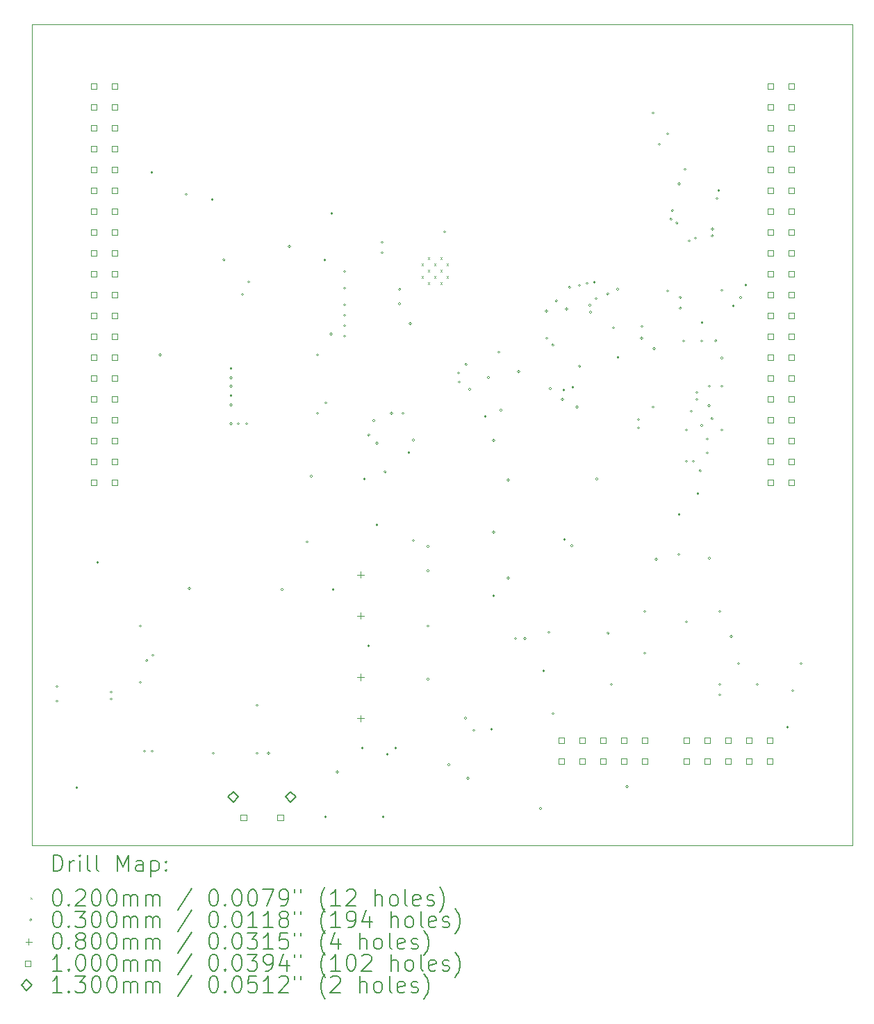
<source format=gbr>
%TF.GenerationSoftware,KiCad,Pcbnew,9.0.5-9.0.5~ubuntu25.04.1*%
%TF.CreationDate,2025-10-12T20:46:55+02:00*%
%TF.ProjectId,CPU,4350552e-6b69-4636-9164-5f7063625858,rev?*%
%TF.SameCoordinates,Original*%
%TF.FileFunction,Drillmap*%
%TF.FilePolarity,Positive*%
%FSLAX45Y45*%
G04 Gerber Fmt 4.5, Leading zero omitted, Abs format (unit mm)*
G04 Created by KiCad (PCBNEW 9.0.5-9.0.5~ubuntu25.04.1) date 2025-10-12 20:46:55*
%MOMM*%
%LPD*%
G01*
G04 APERTURE LIST*
%ADD10C,0.050000*%
%ADD11C,0.200000*%
%ADD12C,0.100000*%
%ADD13C,0.130000*%
G04 APERTURE END LIST*
D10*
X12500000Y-5450000D02*
X22500000Y-5450000D01*
X22500000Y-5450000D02*
X22500000Y-15450000D01*
X12500000Y-15450000D02*
X12500000Y-5450000D01*
X22500000Y-15450000D02*
X12500000Y-15450000D01*
D11*
D12*
X17244500Y-8362750D02*
X17264500Y-8382750D01*
X17264500Y-8362750D02*
X17244500Y-8382750D01*
X17244500Y-8515250D02*
X17264500Y-8535250D01*
X17264500Y-8515250D02*
X17244500Y-8535250D01*
X17320750Y-8286500D02*
X17340750Y-8306500D01*
X17340750Y-8286500D02*
X17320750Y-8306500D01*
X17320750Y-8439000D02*
X17340750Y-8459000D01*
X17340750Y-8439000D02*
X17320750Y-8459000D01*
X17320750Y-8591500D02*
X17340750Y-8611500D01*
X17340750Y-8591500D02*
X17320750Y-8611500D01*
X17397000Y-8362750D02*
X17417000Y-8382750D01*
X17417000Y-8362750D02*
X17397000Y-8382750D01*
X17397000Y-8515250D02*
X17417000Y-8535250D01*
X17417000Y-8515250D02*
X17397000Y-8535250D01*
X17473250Y-8286500D02*
X17493250Y-8306500D01*
X17493250Y-8286500D02*
X17473250Y-8306500D01*
X17473250Y-8439000D02*
X17493250Y-8459000D01*
X17493250Y-8439000D02*
X17473250Y-8459000D01*
X17473250Y-8591500D02*
X17493250Y-8611500D01*
X17493250Y-8591500D02*
X17473250Y-8611500D01*
X17549500Y-8362750D02*
X17569500Y-8382750D01*
X17569500Y-8362750D02*
X17549500Y-8382750D01*
X17549500Y-8515250D02*
X17569500Y-8535250D01*
X17569500Y-8515250D02*
X17549500Y-8535250D01*
X12816600Y-13512800D02*
G75*
G02*
X12786600Y-13512800I-15000J0D01*
G01*
X12786600Y-13512800D02*
G75*
G02*
X12816600Y-13512800I15000J0D01*
G01*
X12816600Y-13690600D02*
G75*
G02*
X12786600Y-13690600I-15000J0D01*
G01*
X12786600Y-13690600D02*
G75*
G02*
X12816600Y-13690600I15000J0D01*
G01*
X13057900Y-14744700D02*
G75*
G02*
X13027900Y-14744700I-15000J0D01*
G01*
X13027900Y-14744700D02*
G75*
G02*
X13057900Y-14744700I15000J0D01*
G01*
X13311900Y-12001500D02*
G75*
G02*
X13281900Y-12001500I-15000J0D01*
G01*
X13281900Y-12001500D02*
G75*
G02*
X13311900Y-12001500I15000J0D01*
G01*
X13477000Y-13580200D02*
G75*
G02*
X13447000Y-13580200I-15000J0D01*
G01*
X13447000Y-13580200D02*
G75*
G02*
X13477000Y-13580200I15000J0D01*
G01*
X13477000Y-13665200D02*
G75*
G02*
X13447000Y-13665200I-15000J0D01*
G01*
X13447000Y-13665200D02*
G75*
G02*
X13477000Y-13665200I15000J0D01*
G01*
X13832600Y-12776200D02*
G75*
G02*
X13802600Y-12776200I-15000J0D01*
G01*
X13802600Y-12776200D02*
G75*
G02*
X13832600Y-12776200I15000J0D01*
G01*
X13832600Y-13462000D02*
G75*
G02*
X13802600Y-13462000I-15000J0D01*
G01*
X13802600Y-13462000D02*
G75*
G02*
X13832600Y-13462000I15000J0D01*
G01*
X13883400Y-14300200D02*
G75*
G02*
X13853400Y-14300200I-15000J0D01*
G01*
X13853400Y-14300200D02*
G75*
G02*
X13883400Y-14300200I15000J0D01*
G01*
X13912600Y-13196700D02*
G75*
G02*
X13882600Y-13196700I-15000J0D01*
G01*
X13882600Y-13196700D02*
G75*
G02*
X13912600Y-13196700I15000J0D01*
G01*
X13972300Y-7251700D02*
G75*
G02*
X13942300Y-7251700I-15000J0D01*
G01*
X13942300Y-7251700D02*
G75*
G02*
X13972300Y-7251700I15000J0D01*
G01*
X13976000Y-14299976D02*
G75*
G02*
X13946000Y-14299976I-15000J0D01*
G01*
X13946000Y-14299976D02*
G75*
G02*
X13976000Y-14299976I15000J0D01*
G01*
X13985000Y-13131800D02*
G75*
G02*
X13955000Y-13131800I-15000J0D01*
G01*
X13955000Y-13131800D02*
G75*
G02*
X13985000Y-13131800I15000J0D01*
G01*
X14073900Y-9474200D02*
G75*
G02*
X14043900Y-9474200I-15000J0D01*
G01*
X14043900Y-9474200D02*
G75*
G02*
X14073900Y-9474200I15000J0D01*
G01*
X14391400Y-7518400D02*
G75*
G02*
X14361400Y-7518400I-15000J0D01*
G01*
X14361400Y-7518400D02*
G75*
G02*
X14391400Y-7518400I15000J0D01*
G01*
X14429500Y-12319000D02*
G75*
G02*
X14399500Y-12319000I-15000J0D01*
G01*
X14399500Y-12319000D02*
G75*
G02*
X14429500Y-12319000I15000J0D01*
G01*
X14708900Y-7581900D02*
G75*
G02*
X14678900Y-7581900I-15000J0D01*
G01*
X14678900Y-7581900D02*
G75*
G02*
X14708900Y-7581900I15000J0D01*
G01*
X14721600Y-14325600D02*
G75*
G02*
X14691600Y-14325600I-15000J0D01*
G01*
X14691600Y-14325600D02*
G75*
G02*
X14721600Y-14325600I15000J0D01*
G01*
X14851150Y-8315950D02*
G75*
G02*
X14821150Y-8315950I-15000J0D01*
G01*
X14821150Y-8315950D02*
G75*
G02*
X14851150Y-8315950I15000J0D01*
G01*
X14937500Y-9639300D02*
G75*
G02*
X14907500Y-9639300I-15000J0D01*
G01*
X14907500Y-9639300D02*
G75*
G02*
X14937500Y-9639300I15000J0D01*
G01*
X14937500Y-9753600D02*
G75*
G02*
X14907500Y-9753600I-15000J0D01*
G01*
X14907500Y-9753600D02*
G75*
G02*
X14937500Y-9753600I15000J0D01*
G01*
X14937500Y-9855200D02*
G75*
G02*
X14907500Y-9855200I-15000J0D01*
G01*
X14907500Y-9855200D02*
G75*
G02*
X14937500Y-9855200I15000J0D01*
G01*
X14937500Y-9969500D02*
G75*
G02*
X14907500Y-9969500I-15000J0D01*
G01*
X14907500Y-9969500D02*
G75*
G02*
X14937500Y-9969500I15000J0D01*
G01*
X14937500Y-10083800D02*
G75*
G02*
X14907500Y-10083800I-15000J0D01*
G01*
X14907500Y-10083800D02*
G75*
G02*
X14937500Y-10083800I15000J0D01*
G01*
X14937500Y-10312400D02*
G75*
G02*
X14907500Y-10312400I-15000J0D01*
G01*
X14907500Y-10312400D02*
G75*
G02*
X14937500Y-10312400I15000J0D01*
G01*
X15026400Y-10312400D02*
G75*
G02*
X14996400Y-10312400I-15000J0D01*
G01*
X14996400Y-10312400D02*
G75*
G02*
X15026400Y-10312400I15000J0D01*
G01*
X15077200Y-8737600D02*
G75*
G02*
X15047200Y-8737600I-15000J0D01*
G01*
X15047200Y-8737600D02*
G75*
G02*
X15077200Y-8737600I15000J0D01*
G01*
X15128000Y-10312400D02*
G75*
G02*
X15098000Y-10312400I-15000J0D01*
G01*
X15098000Y-10312400D02*
G75*
G02*
X15128000Y-10312400I15000J0D01*
G01*
X15153400Y-8585200D02*
G75*
G02*
X15123400Y-8585200I-15000J0D01*
G01*
X15123400Y-8585200D02*
G75*
G02*
X15153400Y-8585200I15000J0D01*
G01*
X15255000Y-13741400D02*
G75*
G02*
X15225000Y-13741400I-15000J0D01*
G01*
X15225000Y-13741400D02*
G75*
G02*
X15255000Y-13741400I15000J0D01*
G01*
X15255000Y-14325600D02*
G75*
G02*
X15225000Y-14325600I-15000J0D01*
G01*
X15225000Y-14325600D02*
G75*
G02*
X15255000Y-14325600I15000J0D01*
G01*
X15394700Y-14325600D02*
G75*
G02*
X15364700Y-14325600I-15000J0D01*
G01*
X15364700Y-14325600D02*
G75*
G02*
X15394700Y-14325600I15000J0D01*
G01*
X15559800Y-12331700D02*
G75*
G02*
X15529800Y-12331700I-15000J0D01*
G01*
X15529800Y-12331700D02*
G75*
G02*
X15559800Y-12331700I15000J0D01*
G01*
X15648700Y-8153400D02*
G75*
G02*
X15618700Y-8153400I-15000J0D01*
G01*
X15618700Y-8153400D02*
G75*
G02*
X15648700Y-8153400I15000J0D01*
G01*
X15865000Y-11750000D02*
G75*
G02*
X15835000Y-11750000I-15000J0D01*
G01*
X15835000Y-11750000D02*
G75*
G02*
X15865000Y-11750000I15000J0D01*
G01*
X15915000Y-10950000D02*
G75*
G02*
X15885000Y-10950000I-15000J0D01*
G01*
X15885000Y-10950000D02*
G75*
G02*
X15915000Y-10950000I15000J0D01*
G01*
X15990000Y-9474200D02*
G75*
G02*
X15960000Y-9474200I-15000J0D01*
G01*
X15960000Y-9474200D02*
G75*
G02*
X15990000Y-9474200I15000J0D01*
G01*
X15991600Y-10185400D02*
G75*
G02*
X15961600Y-10185400I-15000J0D01*
G01*
X15961600Y-10185400D02*
G75*
G02*
X15991600Y-10185400I15000J0D01*
G01*
X16080500Y-8318500D02*
G75*
G02*
X16050500Y-8318500I-15000J0D01*
G01*
X16050500Y-8318500D02*
G75*
G02*
X16080500Y-8318500I15000J0D01*
G01*
X16090000Y-15100000D02*
G75*
G02*
X16060000Y-15100000I-15000J0D01*
G01*
X16060000Y-15100000D02*
G75*
G02*
X16090000Y-15100000I15000J0D01*
G01*
X16093200Y-10058400D02*
G75*
G02*
X16063200Y-10058400I-15000J0D01*
G01*
X16063200Y-10058400D02*
G75*
G02*
X16093200Y-10058400I15000J0D01*
G01*
X16156700Y-9220200D02*
G75*
G02*
X16126700Y-9220200I-15000J0D01*
G01*
X16126700Y-9220200D02*
G75*
G02*
X16156700Y-9220200I15000J0D01*
G01*
X16165000Y-7750000D02*
G75*
G02*
X16135000Y-7750000I-15000J0D01*
G01*
X16135000Y-7750000D02*
G75*
G02*
X16165000Y-7750000I15000J0D01*
G01*
X16182100Y-12331700D02*
G75*
G02*
X16152100Y-12331700I-15000J0D01*
G01*
X16152100Y-12331700D02*
G75*
G02*
X16182100Y-12331700I15000J0D01*
G01*
X16232900Y-14554200D02*
G75*
G02*
X16202900Y-14554200I-15000J0D01*
G01*
X16202900Y-14554200D02*
G75*
G02*
X16232900Y-14554200I15000J0D01*
G01*
X16321800Y-8458200D02*
G75*
G02*
X16291800Y-8458200I-15000J0D01*
G01*
X16291800Y-8458200D02*
G75*
G02*
X16321800Y-8458200I15000J0D01*
G01*
X16321800Y-8661400D02*
G75*
G02*
X16291800Y-8661400I-15000J0D01*
G01*
X16291800Y-8661400D02*
G75*
G02*
X16321800Y-8661400I15000J0D01*
G01*
X16321800Y-8864600D02*
G75*
G02*
X16291800Y-8864600I-15000J0D01*
G01*
X16291800Y-8864600D02*
G75*
G02*
X16321800Y-8864600I15000J0D01*
G01*
X16321800Y-8991600D02*
G75*
G02*
X16291800Y-8991600I-15000J0D01*
G01*
X16291800Y-8991600D02*
G75*
G02*
X16321800Y-8991600I15000J0D01*
G01*
X16321800Y-9118600D02*
G75*
G02*
X16291800Y-9118600I-15000J0D01*
G01*
X16291800Y-9118600D02*
G75*
G02*
X16321800Y-9118600I15000J0D01*
G01*
X16321800Y-9245600D02*
G75*
G02*
X16291800Y-9245600I-15000J0D01*
G01*
X16291800Y-9245600D02*
G75*
G02*
X16321800Y-9245600I15000J0D01*
G01*
X16537700Y-14262100D02*
G75*
G02*
X16507700Y-14262100I-15000J0D01*
G01*
X16507700Y-14262100D02*
G75*
G02*
X16537700Y-14262100I15000J0D01*
G01*
X16563100Y-10985500D02*
G75*
G02*
X16533100Y-10985500I-15000J0D01*
G01*
X16533100Y-10985500D02*
G75*
G02*
X16563100Y-10985500I15000J0D01*
G01*
X16613900Y-13017500D02*
G75*
G02*
X16583900Y-13017500I-15000J0D01*
G01*
X16583900Y-13017500D02*
G75*
G02*
X16613900Y-13017500I15000J0D01*
G01*
X16615000Y-10450000D02*
G75*
G02*
X16585000Y-10450000I-15000J0D01*
G01*
X16585000Y-10450000D02*
G75*
G02*
X16615000Y-10450000I15000J0D01*
G01*
X16677400Y-10274300D02*
G75*
G02*
X16647400Y-10274300I-15000J0D01*
G01*
X16647400Y-10274300D02*
G75*
G02*
X16677400Y-10274300I15000J0D01*
G01*
X16715000Y-10550000D02*
G75*
G02*
X16685000Y-10550000I-15000J0D01*
G01*
X16685000Y-10550000D02*
G75*
G02*
X16715000Y-10550000I15000J0D01*
G01*
X16715500Y-11544300D02*
G75*
G02*
X16685500Y-11544300I-15000J0D01*
G01*
X16685500Y-11544300D02*
G75*
G02*
X16715500Y-11544300I15000J0D01*
G01*
X16779000Y-8102600D02*
G75*
G02*
X16749000Y-8102600I-15000J0D01*
G01*
X16749000Y-8102600D02*
G75*
G02*
X16779000Y-8102600I15000J0D01*
G01*
X16779000Y-8229600D02*
G75*
G02*
X16749000Y-8229600I-15000J0D01*
G01*
X16749000Y-8229600D02*
G75*
G02*
X16779000Y-8229600I15000J0D01*
G01*
X16790000Y-15100000D02*
G75*
G02*
X16760000Y-15100000I-15000J0D01*
G01*
X16760000Y-15100000D02*
G75*
G02*
X16790000Y-15100000I15000J0D01*
G01*
X16815000Y-10900000D02*
G75*
G02*
X16785000Y-10900000I-15000J0D01*
G01*
X16785000Y-10900000D02*
G75*
G02*
X16815000Y-10900000I15000J0D01*
G01*
X16842500Y-14338300D02*
G75*
G02*
X16812500Y-14338300I-15000J0D01*
G01*
X16812500Y-14338300D02*
G75*
G02*
X16842500Y-14338300I15000J0D01*
G01*
X16893300Y-10185400D02*
G75*
G02*
X16863300Y-10185400I-15000J0D01*
G01*
X16863300Y-10185400D02*
G75*
G02*
X16893300Y-10185400I15000J0D01*
G01*
X16944100Y-14262100D02*
G75*
G02*
X16914100Y-14262100I-15000J0D01*
G01*
X16914100Y-14262100D02*
G75*
G02*
X16944100Y-14262100I15000J0D01*
G01*
X16991500Y-8676271D02*
G75*
G02*
X16961500Y-8676271I-15000J0D01*
G01*
X16961500Y-8676271D02*
G75*
G02*
X16991500Y-8676271I15000J0D01*
G01*
X16991500Y-8851900D02*
G75*
G02*
X16961500Y-8851900I-15000J0D01*
G01*
X16961500Y-8851900D02*
G75*
G02*
X16991500Y-8851900I15000J0D01*
G01*
X17033000Y-10185400D02*
G75*
G02*
X17003000Y-10185400I-15000J0D01*
G01*
X17003000Y-10185400D02*
G75*
G02*
X17033000Y-10185400I15000J0D01*
G01*
X17105500Y-10663365D02*
G75*
G02*
X17075500Y-10663365I-15000J0D01*
G01*
X17075500Y-10663365D02*
G75*
G02*
X17105500Y-10663365I15000J0D01*
G01*
X17121900Y-9093200D02*
G75*
G02*
X17091900Y-9093200I-15000J0D01*
G01*
X17091900Y-9093200D02*
G75*
G02*
X17121900Y-9093200I15000J0D01*
G01*
X17160000Y-10509500D02*
G75*
G02*
X17130000Y-10509500I-15000J0D01*
G01*
X17130000Y-10509500D02*
G75*
G02*
X17160000Y-10509500I15000J0D01*
G01*
X17160000Y-11734800D02*
G75*
G02*
X17130000Y-11734800I-15000J0D01*
G01*
X17130000Y-11734800D02*
G75*
G02*
X17160000Y-11734800I15000J0D01*
G01*
X17337800Y-11807300D02*
G75*
G02*
X17307800Y-11807300I-15000J0D01*
G01*
X17307800Y-11807300D02*
G75*
G02*
X17337800Y-11807300I15000J0D01*
G01*
X17337800Y-12103100D02*
G75*
G02*
X17307800Y-12103100I-15000J0D01*
G01*
X17307800Y-12103100D02*
G75*
G02*
X17337800Y-12103100I15000J0D01*
G01*
X17337800Y-12776200D02*
G75*
G02*
X17307800Y-12776200I-15000J0D01*
G01*
X17307800Y-12776200D02*
G75*
G02*
X17337800Y-12776200I15000J0D01*
G01*
X17337800Y-13423900D02*
G75*
G02*
X17307800Y-13423900I-15000J0D01*
G01*
X17307800Y-13423900D02*
G75*
G02*
X17337800Y-13423900I15000J0D01*
G01*
X17541000Y-7975600D02*
G75*
G02*
X17511000Y-7975600I-15000J0D01*
G01*
X17511000Y-7975600D02*
G75*
G02*
X17541000Y-7975600I15000J0D01*
G01*
X17591800Y-14465300D02*
G75*
G02*
X17561800Y-14465300I-15000J0D01*
G01*
X17561800Y-14465300D02*
G75*
G02*
X17591800Y-14465300I15000J0D01*
G01*
X17709965Y-9693034D02*
G75*
G02*
X17679965Y-9693034I-15000J0D01*
G01*
X17679965Y-9693034D02*
G75*
G02*
X17709965Y-9693034I15000J0D01*
G01*
X17718800Y-9804400D02*
G75*
G02*
X17688800Y-9804400I-15000J0D01*
G01*
X17688800Y-9804400D02*
G75*
G02*
X17718800Y-9804400I15000J0D01*
G01*
X17795000Y-13900000D02*
G75*
G02*
X17765000Y-13900000I-15000J0D01*
G01*
X17765000Y-13900000D02*
G75*
G02*
X17795000Y-13900000I15000J0D01*
G01*
X17801350Y-9588700D02*
G75*
G02*
X17771350Y-9588700I-15000J0D01*
G01*
X17771350Y-9588700D02*
G75*
G02*
X17801350Y-9588700I15000J0D01*
G01*
X17823400Y-14630400D02*
G75*
G02*
X17793400Y-14630400I-15000J0D01*
G01*
X17793400Y-14630400D02*
G75*
G02*
X17823400Y-14630400I15000J0D01*
G01*
X17845800Y-9893300D02*
G75*
G02*
X17815800Y-9893300I-15000J0D01*
G01*
X17815800Y-9893300D02*
G75*
G02*
X17845800Y-9893300I15000J0D01*
G01*
X17896600Y-14046200D02*
G75*
G02*
X17866600Y-14046200I-15000J0D01*
G01*
X17866600Y-14046200D02*
G75*
G02*
X17896600Y-14046200I15000J0D01*
G01*
X18036300Y-10223500D02*
G75*
G02*
X18006300Y-10223500I-15000J0D01*
G01*
X18006300Y-10223500D02*
G75*
G02*
X18036300Y-10223500I15000J0D01*
G01*
X18074567Y-9747991D02*
G75*
G02*
X18044567Y-9747991I-15000J0D01*
G01*
X18044567Y-9747991D02*
G75*
G02*
X18074567Y-9747991I15000J0D01*
G01*
X18112500Y-14033500D02*
G75*
G02*
X18082500Y-14033500I-15000J0D01*
G01*
X18082500Y-14033500D02*
G75*
G02*
X18112500Y-14033500I15000J0D01*
G01*
X18137900Y-10515600D02*
G75*
G02*
X18107900Y-10515600I-15000J0D01*
G01*
X18107900Y-10515600D02*
G75*
G02*
X18137900Y-10515600I15000J0D01*
G01*
X18137900Y-11633200D02*
G75*
G02*
X18107900Y-11633200I-15000J0D01*
G01*
X18107900Y-11633200D02*
G75*
G02*
X18137900Y-11633200I15000J0D01*
G01*
X18137900Y-12407900D02*
G75*
G02*
X18107900Y-12407900I-15000J0D01*
G01*
X18107900Y-12407900D02*
G75*
G02*
X18137900Y-12407900I15000J0D01*
G01*
X18201907Y-9441269D02*
G75*
G02*
X18171907Y-9441269I-15000J0D01*
G01*
X18171907Y-9441269D02*
G75*
G02*
X18201907Y-9441269I15000J0D01*
G01*
X18226800Y-10147300D02*
G75*
G02*
X18196800Y-10147300I-15000J0D01*
G01*
X18196800Y-10147300D02*
G75*
G02*
X18226800Y-10147300I15000J0D01*
G01*
X18315700Y-10998200D02*
G75*
G02*
X18285700Y-10998200I-15000J0D01*
G01*
X18285700Y-10998200D02*
G75*
G02*
X18315700Y-10998200I15000J0D01*
G01*
X18315700Y-12192000D02*
G75*
G02*
X18285700Y-12192000I-15000J0D01*
G01*
X18285700Y-12192000D02*
G75*
G02*
X18315700Y-12192000I15000J0D01*
G01*
X18404600Y-12928600D02*
G75*
G02*
X18374600Y-12928600I-15000J0D01*
G01*
X18374600Y-12928600D02*
G75*
G02*
X18404600Y-12928600I15000J0D01*
G01*
X18442700Y-9677400D02*
G75*
G02*
X18412700Y-9677400I-15000J0D01*
G01*
X18412700Y-9677400D02*
G75*
G02*
X18442700Y-9677400I15000J0D01*
G01*
X18518900Y-12928600D02*
G75*
G02*
X18488900Y-12928600I-15000J0D01*
G01*
X18488900Y-12928600D02*
G75*
G02*
X18518900Y-12928600I15000J0D01*
G01*
X18709400Y-14998700D02*
G75*
G02*
X18679400Y-14998700I-15000J0D01*
G01*
X18679400Y-14998700D02*
G75*
G02*
X18709400Y-14998700I15000J0D01*
G01*
X18747500Y-13322300D02*
G75*
G02*
X18717500Y-13322300I-15000J0D01*
G01*
X18717500Y-13322300D02*
G75*
G02*
X18747500Y-13322300I15000J0D01*
G01*
X18781800Y-8940469D02*
G75*
G02*
X18751800Y-8940469I-15000J0D01*
G01*
X18751800Y-8940469D02*
G75*
G02*
X18781800Y-8940469I15000J0D01*
G01*
X18785600Y-9271000D02*
G75*
G02*
X18755600Y-9271000I-15000J0D01*
G01*
X18755600Y-9271000D02*
G75*
G02*
X18785600Y-9271000I15000J0D01*
G01*
X18811000Y-12852400D02*
G75*
G02*
X18781000Y-12852400I-15000J0D01*
G01*
X18781000Y-12852400D02*
G75*
G02*
X18811000Y-12852400I15000J0D01*
G01*
X18826800Y-9883763D02*
G75*
G02*
X18796800Y-9883763I-15000J0D01*
G01*
X18796800Y-9883763D02*
G75*
G02*
X18826800Y-9883763I15000J0D01*
G01*
X18858846Y-9353452D02*
G75*
G02*
X18828846Y-9353452I-15000J0D01*
G01*
X18828846Y-9353452D02*
G75*
G02*
X18858846Y-9353452I15000J0D01*
G01*
X18861800Y-13843000D02*
G75*
G02*
X18831800Y-13843000I-15000J0D01*
G01*
X18831800Y-13843000D02*
G75*
G02*
X18861800Y-13843000I15000J0D01*
G01*
X18902663Y-8815968D02*
G75*
G02*
X18872663Y-8815968I-15000J0D01*
G01*
X18872663Y-8815968D02*
G75*
G02*
X18902663Y-8815968I15000J0D01*
G01*
X18976912Y-10016494D02*
G75*
G02*
X18946912Y-10016494I-15000J0D01*
G01*
X18946912Y-10016494D02*
G75*
G02*
X18976912Y-10016494I15000J0D01*
G01*
X18994052Y-9900655D02*
G75*
G02*
X18964052Y-9900655I-15000J0D01*
G01*
X18964052Y-9900655D02*
G75*
G02*
X18994052Y-9900655I15000J0D01*
G01*
X19001500Y-11720900D02*
G75*
G02*
X18971500Y-11720900I-15000J0D01*
G01*
X18971500Y-11720900D02*
G75*
G02*
X19001500Y-11720900I15000J0D01*
G01*
X19026900Y-8915400D02*
G75*
G02*
X18996900Y-8915400I-15000J0D01*
G01*
X18996900Y-8915400D02*
G75*
G02*
X19026900Y-8915400I15000J0D01*
G01*
X19064556Y-8650502D02*
G75*
G02*
X19034556Y-8650502I-15000J0D01*
G01*
X19034556Y-8650502D02*
G75*
G02*
X19064556Y-8650502I15000J0D01*
G01*
X19090400Y-11798300D02*
G75*
G02*
X19060400Y-11798300I-15000J0D01*
G01*
X19060400Y-11798300D02*
G75*
G02*
X19090400Y-11798300I15000J0D01*
G01*
X19104414Y-9868075D02*
G75*
G02*
X19074414Y-9868075I-15000J0D01*
G01*
X19074414Y-9868075D02*
G75*
G02*
X19104414Y-9868075I15000J0D01*
G01*
X19153900Y-10109200D02*
G75*
G02*
X19123900Y-10109200I-15000J0D01*
G01*
X19123900Y-10109200D02*
G75*
G02*
X19153900Y-10109200I15000J0D01*
G01*
X19184435Y-9611278D02*
G75*
G02*
X19154435Y-9611278I-15000J0D01*
G01*
X19154435Y-9611278D02*
G75*
G02*
X19184435Y-9611278I15000J0D01*
G01*
X19184745Y-8627378D02*
G75*
G02*
X19154745Y-8627378I-15000J0D01*
G01*
X19154745Y-8627378D02*
G75*
G02*
X19184745Y-8627378I15000J0D01*
G01*
X19276866Y-8600651D02*
G75*
G02*
X19246866Y-8600651I-15000J0D01*
G01*
X19246866Y-8600651D02*
G75*
G02*
X19276866Y-8600651I15000J0D01*
G01*
X19310757Y-8868164D02*
G75*
G02*
X19280757Y-8868164I-15000J0D01*
G01*
X19280757Y-8868164D02*
G75*
G02*
X19310757Y-8868164I15000J0D01*
G01*
X19317240Y-8952917D02*
G75*
G02*
X19287240Y-8952917I-15000J0D01*
G01*
X19287240Y-8952917D02*
G75*
G02*
X19317240Y-8952917I15000J0D01*
G01*
X19364599Y-8588452D02*
G75*
G02*
X19334599Y-8588452I-15000J0D01*
G01*
X19334599Y-8588452D02*
G75*
G02*
X19364599Y-8588452I15000J0D01*
G01*
X19388281Y-8788652D02*
G75*
G02*
X19358281Y-8788652I-15000J0D01*
G01*
X19358281Y-8788652D02*
G75*
G02*
X19388281Y-8788652I15000J0D01*
G01*
X19395200Y-10985500D02*
G75*
G02*
X19365200Y-10985500I-15000J0D01*
G01*
X19365200Y-10985500D02*
G75*
G02*
X19395200Y-10985500I15000J0D01*
G01*
X19528767Y-8731964D02*
G75*
G02*
X19498767Y-8731964I-15000J0D01*
G01*
X19498767Y-8731964D02*
G75*
G02*
X19528767Y-8731964I15000J0D01*
G01*
X19531830Y-12862030D02*
G75*
G02*
X19501830Y-12862030I-15000J0D01*
G01*
X19501830Y-12862030D02*
G75*
G02*
X19531830Y-12862030I15000J0D01*
G01*
X19573000Y-13487400D02*
G75*
G02*
X19543000Y-13487400I-15000J0D01*
G01*
X19543000Y-13487400D02*
G75*
G02*
X19573000Y-13487400I15000J0D01*
G01*
X19598400Y-9144000D02*
G75*
G02*
X19568400Y-9144000I-15000J0D01*
G01*
X19568400Y-9144000D02*
G75*
G02*
X19598400Y-9144000I15000J0D01*
G01*
X19649200Y-8674100D02*
G75*
G02*
X19619200Y-8674100I-15000J0D01*
G01*
X19619200Y-8674100D02*
G75*
G02*
X19649200Y-8674100I15000J0D01*
G01*
X19652259Y-9504300D02*
G75*
G02*
X19622259Y-9504300I-15000J0D01*
G01*
X19622259Y-9504300D02*
G75*
G02*
X19652259Y-9504300I15000J0D01*
G01*
X19763500Y-14732000D02*
G75*
G02*
X19733500Y-14732000I-15000J0D01*
G01*
X19733500Y-14732000D02*
G75*
G02*
X19763500Y-14732000I15000J0D01*
G01*
X19903200Y-10261600D02*
G75*
G02*
X19873200Y-10261600I-15000J0D01*
G01*
X19873200Y-10261600D02*
G75*
G02*
X19903200Y-10261600I15000J0D01*
G01*
X19903200Y-10363200D02*
G75*
G02*
X19873200Y-10363200I-15000J0D01*
G01*
X19873200Y-10363200D02*
G75*
G02*
X19903200Y-10363200I15000J0D01*
G01*
X19941300Y-9271000D02*
G75*
G02*
X19911300Y-9271000I-15000J0D01*
G01*
X19911300Y-9271000D02*
G75*
G02*
X19941300Y-9271000I15000J0D01*
G01*
X19945003Y-9126000D02*
G75*
G02*
X19915003Y-9126000I-15000J0D01*
G01*
X19915003Y-9126000D02*
G75*
G02*
X19945003Y-9126000I15000J0D01*
G01*
X19979400Y-12598400D02*
G75*
G02*
X19949400Y-12598400I-15000J0D01*
G01*
X19949400Y-12598400D02*
G75*
G02*
X19979400Y-12598400I15000J0D01*
G01*
X19979400Y-13106400D02*
G75*
G02*
X19949400Y-13106400I-15000J0D01*
G01*
X19949400Y-13106400D02*
G75*
G02*
X19979400Y-13106400I15000J0D01*
G01*
X20081000Y-6527800D02*
G75*
G02*
X20051000Y-6527800I-15000J0D01*
G01*
X20051000Y-6527800D02*
G75*
G02*
X20081000Y-6527800I15000J0D01*
G01*
X20081000Y-10109200D02*
G75*
G02*
X20051000Y-10109200I-15000J0D01*
G01*
X20051000Y-10109200D02*
G75*
G02*
X20081000Y-10109200I15000J0D01*
G01*
X20093481Y-9396011D02*
G75*
G02*
X20063481Y-9396011I-15000J0D01*
G01*
X20063481Y-9396011D02*
G75*
G02*
X20093481Y-9396011I15000J0D01*
G01*
X20119100Y-11963400D02*
G75*
G02*
X20089100Y-11963400I-15000J0D01*
G01*
X20089100Y-11963400D02*
G75*
G02*
X20119100Y-11963400I15000J0D01*
G01*
X20157200Y-6908800D02*
G75*
G02*
X20127200Y-6908800I-15000J0D01*
G01*
X20127200Y-6908800D02*
G75*
G02*
X20157200Y-6908800I15000J0D01*
G01*
X20258800Y-6781800D02*
G75*
G02*
X20228800Y-6781800I-15000J0D01*
G01*
X20228800Y-6781800D02*
G75*
G02*
X20258800Y-6781800I15000J0D01*
G01*
X20258800Y-8695800D02*
G75*
G02*
X20228800Y-8695800I-15000J0D01*
G01*
X20228800Y-8695800D02*
G75*
G02*
X20258800Y-8695800I15000J0D01*
G01*
X20299894Y-7821137D02*
G75*
G02*
X20269894Y-7821137I-15000J0D01*
G01*
X20269894Y-7821137D02*
G75*
G02*
X20299894Y-7821137I15000J0D01*
G01*
X20316800Y-7714300D02*
G75*
G02*
X20286800Y-7714300I-15000J0D01*
G01*
X20286800Y-7714300D02*
G75*
G02*
X20316800Y-7714300I15000J0D01*
G01*
X20371818Y-7866435D02*
G75*
G02*
X20341818Y-7866435I-15000J0D01*
G01*
X20341818Y-7866435D02*
G75*
G02*
X20371818Y-7866435I15000J0D01*
G01*
X20394375Y-11904025D02*
G75*
G02*
X20364375Y-11904025I-15000J0D01*
G01*
X20364375Y-11904025D02*
G75*
G02*
X20394375Y-11904025I15000J0D01*
G01*
X20398500Y-7391400D02*
G75*
G02*
X20368500Y-7391400I-15000J0D01*
G01*
X20368500Y-7391400D02*
G75*
G02*
X20398500Y-7391400I15000J0D01*
G01*
X20398500Y-11417300D02*
G75*
G02*
X20368500Y-11417300I-15000J0D01*
G01*
X20368500Y-11417300D02*
G75*
G02*
X20398500Y-11417300I15000J0D01*
G01*
X20414320Y-8774200D02*
G75*
G02*
X20384320Y-8774200I-15000J0D01*
G01*
X20384320Y-8774200D02*
G75*
G02*
X20414320Y-8774200I15000J0D01*
G01*
X20414869Y-8904200D02*
G75*
G02*
X20384869Y-8904200I-15000J0D01*
G01*
X20384869Y-8904200D02*
G75*
G02*
X20414869Y-8904200I15000J0D01*
G01*
X20454784Y-9305400D02*
G75*
G02*
X20424784Y-9305400I-15000J0D01*
G01*
X20424784Y-9305400D02*
G75*
G02*
X20454784Y-9305400I15000J0D01*
G01*
X20471000Y-7213600D02*
G75*
G02*
X20441000Y-7213600I-15000J0D01*
G01*
X20441000Y-7213600D02*
G75*
G02*
X20471000Y-7213600I15000J0D01*
G01*
X20487400Y-10388600D02*
G75*
G02*
X20457400Y-10388600I-15000J0D01*
G01*
X20457400Y-10388600D02*
G75*
G02*
X20487400Y-10388600I15000J0D01*
G01*
X20487400Y-10769600D02*
G75*
G02*
X20457400Y-10769600I-15000J0D01*
G01*
X20457400Y-10769600D02*
G75*
G02*
X20487400Y-10769600I15000J0D01*
G01*
X20487400Y-12725400D02*
G75*
G02*
X20457400Y-12725400I-15000J0D01*
G01*
X20457400Y-12725400D02*
G75*
G02*
X20487400Y-12725400I15000J0D01*
G01*
X20521388Y-8086465D02*
G75*
G02*
X20491388Y-8086465I-15000J0D01*
G01*
X20491388Y-8086465D02*
G75*
G02*
X20521388Y-8086465I15000J0D01*
G01*
X20546100Y-10160000D02*
G75*
G02*
X20516100Y-10160000I-15000J0D01*
G01*
X20516100Y-10160000D02*
G75*
G02*
X20546100Y-10160000I15000J0D01*
G01*
X20572400Y-10769600D02*
G75*
G02*
X20542400Y-10769600I-15000J0D01*
G01*
X20542400Y-10769600D02*
G75*
G02*
X20572400Y-10769600I15000J0D01*
G01*
X20598844Y-8051456D02*
G75*
G02*
X20568844Y-8051456I-15000J0D01*
G01*
X20568844Y-8051456D02*
G75*
G02*
X20598844Y-8051456I15000J0D01*
G01*
X20614400Y-9931400D02*
G75*
G02*
X20584400Y-9931400I-15000J0D01*
G01*
X20584400Y-9931400D02*
G75*
G02*
X20614400Y-9931400I15000J0D01*
G01*
X20614400Y-10016400D02*
G75*
G02*
X20584400Y-10016400I-15000J0D01*
G01*
X20584400Y-10016400D02*
G75*
G02*
X20614400Y-10016400I15000J0D01*
G01*
X20627100Y-11163300D02*
G75*
G02*
X20597100Y-11163300I-15000J0D01*
G01*
X20597100Y-11163300D02*
G75*
G02*
X20627100Y-11163300I15000J0D01*
G01*
X20654850Y-10886250D02*
G75*
G02*
X20624850Y-10886250I-15000J0D01*
G01*
X20624850Y-10886250D02*
G75*
G02*
X20654850Y-10886250I15000J0D01*
G01*
X20672874Y-10333569D02*
G75*
G02*
X20642874Y-10333569I-15000J0D01*
G01*
X20642874Y-10333569D02*
G75*
G02*
X20672874Y-10333569I15000J0D01*
G01*
X20674672Y-9304779D02*
G75*
G02*
X20644672Y-9304779I-15000J0D01*
G01*
X20644672Y-9304779D02*
G75*
G02*
X20674672Y-9304779I15000J0D01*
G01*
X20677900Y-9080500D02*
G75*
G02*
X20647900Y-9080500I-15000J0D01*
G01*
X20647900Y-9080500D02*
G75*
G02*
X20677900Y-9080500I15000J0D01*
G01*
X20741400Y-10500300D02*
G75*
G02*
X20711400Y-10500300I-15000J0D01*
G01*
X20711400Y-10500300D02*
G75*
G02*
X20741400Y-10500300I15000J0D01*
G01*
X20741400Y-10668000D02*
G75*
G02*
X20711400Y-10668000I-15000J0D01*
G01*
X20711400Y-10668000D02*
G75*
G02*
X20741400Y-10668000I15000J0D01*
G01*
X20761712Y-10090750D02*
G75*
G02*
X20731712Y-10090750I-15000J0D01*
G01*
X20731712Y-10090750D02*
G75*
G02*
X20761712Y-10090750I15000J0D01*
G01*
X20766800Y-9855200D02*
G75*
G02*
X20736800Y-9855200I-15000J0D01*
G01*
X20736800Y-9855200D02*
G75*
G02*
X20766800Y-9855200I15000J0D01*
G01*
X20766800Y-11950700D02*
G75*
G02*
X20736800Y-11950700I-15000J0D01*
G01*
X20736800Y-11950700D02*
G75*
G02*
X20766800Y-11950700I15000J0D01*
G01*
X20797445Y-10251075D02*
G75*
G02*
X20767445Y-10251075I-15000J0D01*
G01*
X20767445Y-10251075D02*
G75*
G02*
X20797445Y-10251075I15000J0D01*
G01*
X20804400Y-7942715D02*
G75*
G02*
X20774400Y-7942715I-15000J0D01*
G01*
X20774400Y-7942715D02*
G75*
G02*
X20804400Y-7942715I15000J0D01*
G01*
X20804400Y-8024254D02*
G75*
G02*
X20774400Y-8024254I-15000J0D01*
G01*
X20774400Y-8024254D02*
G75*
G02*
X20804400Y-8024254I15000J0D01*
G01*
X20846700Y-9302423D02*
G75*
G02*
X20816700Y-9302423I-15000J0D01*
G01*
X20816700Y-9302423D02*
G75*
G02*
X20846700Y-9302423I15000J0D01*
G01*
X20859400Y-7569077D02*
G75*
G02*
X20829400Y-7569077I-15000J0D01*
G01*
X20829400Y-7569077D02*
G75*
G02*
X20859400Y-7569077I15000J0D01*
G01*
X20881100Y-7470000D02*
G75*
G02*
X20851100Y-7470000I-15000J0D01*
G01*
X20851100Y-7470000D02*
G75*
G02*
X20881100Y-7470000I15000J0D01*
G01*
X20893800Y-12598400D02*
G75*
G02*
X20863800Y-12598400I-15000J0D01*
G01*
X20863800Y-12598400D02*
G75*
G02*
X20893800Y-12598400I15000J0D01*
G01*
X20893800Y-13487400D02*
G75*
G02*
X20863800Y-13487400I-15000J0D01*
G01*
X20863800Y-13487400D02*
G75*
G02*
X20893800Y-13487400I15000J0D01*
G01*
X20893800Y-13614400D02*
G75*
G02*
X20863800Y-13614400I-15000J0D01*
G01*
X20863800Y-13614400D02*
G75*
G02*
X20893800Y-13614400I15000J0D01*
G01*
X20919200Y-8686800D02*
G75*
G02*
X20889200Y-8686800I-15000J0D01*
G01*
X20889200Y-8686800D02*
G75*
G02*
X20919200Y-8686800I15000J0D01*
G01*
X20919200Y-9512300D02*
G75*
G02*
X20889200Y-9512300I-15000J0D01*
G01*
X20889200Y-9512300D02*
G75*
G02*
X20919200Y-9512300I15000J0D01*
G01*
X20919200Y-9855200D02*
G75*
G02*
X20889200Y-9855200I-15000J0D01*
G01*
X20889200Y-9855200D02*
G75*
G02*
X20919200Y-9855200I15000J0D01*
G01*
X20919200Y-10386600D02*
G75*
G02*
X20889200Y-10386600I-15000J0D01*
G01*
X20889200Y-10386600D02*
G75*
G02*
X20919200Y-10386600I15000J0D01*
G01*
X21033500Y-12903200D02*
G75*
G02*
X21003500Y-12903200I-15000J0D01*
G01*
X21003500Y-12903200D02*
G75*
G02*
X21033500Y-12903200I15000J0D01*
G01*
X21058900Y-8877300D02*
G75*
G02*
X21028900Y-8877300I-15000J0D01*
G01*
X21028900Y-8877300D02*
G75*
G02*
X21058900Y-8877300I15000J0D01*
G01*
X21122400Y-13233400D02*
G75*
G02*
X21092400Y-13233400I-15000J0D01*
G01*
X21092400Y-13233400D02*
G75*
G02*
X21122400Y-13233400I15000J0D01*
G01*
X21147800Y-8775700D02*
G75*
G02*
X21117800Y-8775700I-15000J0D01*
G01*
X21117800Y-8775700D02*
G75*
G02*
X21147800Y-8775700I15000J0D01*
G01*
X21211300Y-8623300D02*
G75*
G02*
X21181300Y-8623300I-15000J0D01*
G01*
X21181300Y-8623300D02*
G75*
G02*
X21211300Y-8623300I15000J0D01*
G01*
X21351000Y-13487400D02*
G75*
G02*
X21321000Y-13487400I-15000J0D01*
G01*
X21321000Y-13487400D02*
G75*
G02*
X21351000Y-13487400I15000J0D01*
G01*
X21719300Y-14008100D02*
G75*
G02*
X21689300Y-14008100I-15000J0D01*
G01*
X21689300Y-14008100D02*
G75*
G02*
X21719300Y-14008100I15000J0D01*
G01*
X21782800Y-13563600D02*
G75*
G02*
X21752800Y-13563600I-15000J0D01*
G01*
X21752800Y-13563600D02*
G75*
G02*
X21782800Y-13563600I15000J0D01*
G01*
X21884400Y-13233400D02*
G75*
G02*
X21854400Y-13233400I-15000J0D01*
G01*
X21854400Y-13233400D02*
G75*
G02*
X21884400Y-13233400I15000J0D01*
G01*
X16500000Y-12110000D02*
X16500000Y-12190000D01*
X16460000Y-12150000D02*
X16540000Y-12150000D01*
X16500000Y-12610000D02*
X16500000Y-12690000D01*
X16460000Y-12650000D02*
X16540000Y-12650000D01*
X16500000Y-13360000D02*
X16500000Y-13440000D01*
X16460000Y-13400000D02*
X16540000Y-13400000D01*
X16500000Y-13860000D02*
X16500000Y-13940000D01*
X16460000Y-13900000D02*
X16540000Y-13900000D01*
X13285356Y-6235356D02*
X13285356Y-6164644D01*
X13214644Y-6164644D01*
X13214644Y-6235356D01*
X13285356Y-6235356D01*
X13285356Y-6489356D02*
X13285356Y-6418644D01*
X13214644Y-6418644D01*
X13214644Y-6489356D01*
X13285356Y-6489356D01*
X13285356Y-6743356D02*
X13285356Y-6672644D01*
X13214644Y-6672644D01*
X13214644Y-6743356D01*
X13285356Y-6743356D01*
X13285356Y-6997356D02*
X13285356Y-6926644D01*
X13214644Y-6926644D01*
X13214644Y-6997356D01*
X13285356Y-6997356D01*
X13285356Y-7251356D02*
X13285356Y-7180644D01*
X13214644Y-7180644D01*
X13214644Y-7251356D01*
X13285356Y-7251356D01*
X13285356Y-7505356D02*
X13285356Y-7434644D01*
X13214644Y-7434644D01*
X13214644Y-7505356D01*
X13285356Y-7505356D01*
X13285356Y-7759356D02*
X13285356Y-7688644D01*
X13214644Y-7688644D01*
X13214644Y-7759356D01*
X13285356Y-7759356D01*
X13285356Y-8013356D02*
X13285356Y-7942644D01*
X13214644Y-7942644D01*
X13214644Y-8013356D01*
X13285356Y-8013356D01*
X13285356Y-8267356D02*
X13285356Y-8196644D01*
X13214644Y-8196644D01*
X13214644Y-8267356D01*
X13285356Y-8267356D01*
X13285356Y-8521356D02*
X13285356Y-8450644D01*
X13214644Y-8450644D01*
X13214644Y-8521356D01*
X13285356Y-8521356D01*
X13285356Y-8775356D02*
X13285356Y-8704644D01*
X13214644Y-8704644D01*
X13214644Y-8775356D01*
X13285356Y-8775356D01*
X13285356Y-9029356D02*
X13285356Y-8958644D01*
X13214644Y-8958644D01*
X13214644Y-9029356D01*
X13285356Y-9029356D01*
X13285356Y-9283356D02*
X13285356Y-9212644D01*
X13214644Y-9212644D01*
X13214644Y-9283356D01*
X13285356Y-9283356D01*
X13285356Y-9537356D02*
X13285356Y-9466644D01*
X13214644Y-9466644D01*
X13214644Y-9537356D01*
X13285356Y-9537356D01*
X13285356Y-9791356D02*
X13285356Y-9720644D01*
X13214644Y-9720644D01*
X13214644Y-9791356D01*
X13285356Y-9791356D01*
X13285356Y-10045356D02*
X13285356Y-9974644D01*
X13214644Y-9974644D01*
X13214644Y-10045356D01*
X13285356Y-10045356D01*
X13285356Y-10299356D02*
X13285356Y-10228644D01*
X13214644Y-10228644D01*
X13214644Y-10299356D01*
X13285356Y-10299356D01*
X13285356Y-10553356D02*
X13285356Y-10482644D01*
X13214644Y-10482644D01*
X13214644Y-10553356D01*
X13285356Y-10553356D01*
X13285356Y-10807356D02*
X13285356Y-10736644D01*
X13214644Y-10736644D01*
X13214644Y-10807356D01*
X13285356Y-10807356D01*
X13285356Y-11061356D02*
X13285356Y-10990644D01*
X13214644Y-10990644D01*
X13214644Y-11061356D01*
X13285356Y-11061356D01*
X13539356Y-6235356D02*
X13539356Y-6164644D01*
X13468644Y-6164644D01*
X13468644Y-6235356D01*
X13539356Y-6235356D01*
X13539356Y-6489356D02*
X13539356Y-6418644D01*
X13468644Y-6418644D01*
X13468644Y-6489356D01*
X13539356Y-6489356D01*
X13539356Y-6743356D02*
X13539356Y-6672644D01*
X13468644Y-6672644D01*
X13468644Y-6743356D01*
X13539356Y-6743356D01*
X13539356Y-6997356D02*
X13539356Y-6926644D01*
X13468644Y-6926644D01*
X13468644Y-6997356D01*
X13539356Y-6997356D01*
X13539356Y-7251356D02*
X13539356Y-7180644D01*
X13468644Y-7180644D01*
X13468644Y-7251356D01*
X13539356Y-7251356D01*
X13539356Y-7505356D02*
X13539356Y-7434644D01*
X13468644Y-7434644D01*
X13468644Y-7505356D01*
X13539356Y-7505356D01*
X13539356Y-7759356D02*
X13539356Y-7688644D01*
X13468644Y-7688644D01*
X13468644Y-7759356D01*
X13539356Y-7759356D01*
X13539356Y-8013356D02*
X13539356Y-7942644D01*
X13468644Y-7942644D01*
X13468644Y-8013356D01*
X13539356Y-8013356D01*
X13539356Y-8267356D02*
X13539356Y-8196644D01*
X13468644Y-8196644D01*
X13468644Y-8267356D01*
X13539356Y-8267356D01*
X13539356Y-8521356D02*
X13539356Y-8450644D01*
X13468644Y-8450644D01*
X13468644Y-8521356D01*
X13539356Y-8521356D01*
X13539356Y-8775356D02*
X13539356Y-8704644D01*
X13468644Y-8704644D01*
X13468644Y-8775356D01*
X13539356Y-8775356D01*
X13539356Y-9029356D02*
X13539356Y-8958644D01*
X13468644Y-8958644D01*
X13468644Y-9029356D01*
X13539356Y-9029356D01*
X13539356Y-9283356D02*
X13539356Y-9212644D01*
X13468644Y-9212644D01*
X13468644Y-9283356D01*
X13539356Y-9283356D01*
X13539356Y-9537356D02*
X13539356Y-9466644D01*
X13468644Y-9466644D01*
X13468644Y-9537356D01*
X13539356Y-9537356D01*
X13539356Y-9791356D02*
X13539356Y-9720644D01*
X13468644Y-9720644D01*
X13468644Y-9791356D01*
X13539356Y-9791356D01*
X13539356Y-10045356D02*
X13539356Y-9974644D01*
X13468644Y-9974644D01*
X13468644Y-10045356D01*
X13539356Y-10045356D01*
X13539356Y-10299356D02*
X13539356Y-10228644D01*
X13468644Y-10228644D01*
X13468644Y-10299356D01*
X13539356Y-10299356D01*
X13539356Y-10553356D02*
X13539356Y-10482644D01*
X13468644Y-10482644D01*
X13468644Y-10553356D01*
X13539356Y-10553356D01*
X13539356Y-10807356D02*
X13539356Y-10736644D01*
X13468644Y-10736644D01*
X13468644Y-10807356D01*
X13539356Y-10807356D01*
X13539356Y-11061356D02*
X13539356Y-10990644D01*
X13468644Y-10990644D01*
X13468644Y-11061356D01*
X13539356Y-11061356D01*
X15110356Y-15142856D02*
X15110356Y-15072144D01*
X15039644Y-15072144D01*
X15039644Y-15142856D01*
X15110356Y-15142856D01*
X15560356Y-15142856D02*
X15560356Y-15072144D01*
X15489644Y-15072144D01*
X15489644Y-15142856D01*
X15560356Y-15142856D01*
X18981756Y-14204856D02*
X18981756Y-14134144D01*
X18911044Y-14134144D01*
X18911044Y-14204856D01*
X18981756Y-14204856D01*
X18981756Y-14458856D02*
X18981756Y-14388144D01*
X18911044Y-14388144D01*
X18911044Y-14458856D01*
X18981756Y-14458856D01*
X19235756Y-14204856D02*
X19235756Y-14134144D01*
X19165044Y-14134144D01*
X19165044Y-14204856D01*
X19235756Y-14204856D01*
X19235756Y-14458856D02*
X19235756Y-14388144D01*
X19165044Y-14388144D01*
X19165044Y-14458856D01*
X19235756Y-14458856D01*
X19489756Y-14204856D02*
X19489756Y-14134144D01*
X19419044Y-14134144D01*
X19419044Y-14204856D01*
X19489756Y-14204856D01*
X19489756Y-14458856D02*
X19489756Y-14388144D01*
X19419044Y-14388144D01*
X19419044Y-14458856D01*
X19489756Y-14458856D01*
X19743756Y-14204856D02*
X19743756Y-14134144D01*
X19673044Y-14134144D01*
X19673044Y-14204856D01*
X19743756Y-14204856D01*
X19743756Y-14458856D02*
X19743756Y-14388144D01*
X19673044Y-14388144D01*
X19673044Y-14458856D01*
X19743756Y-14458856D01*
X19997756Y-14204856D02*
X19997756Y-14134144D01*
X19927044Y-14134144D01*
X19927044Y-14204856D01*
X19997756Y-14204856D01*
X19997756Y-14458856D02*
X19997756Y-14388144D01*
X19927044Y-14388144D01*
X19927044Y-14458856D01*
X19997756Y-14458856D01*
X20505756Y-14204856D02*
X20505756Y-14134144D01*
X20435044Y-14134144D01*
X20435044Y-14204856D01*
X20505756Y-14204856D01*
X20505756Y-14458856D02*
X20505756Y-14388144D01*
X20435044Y-14388144D01*
X20435044Y-14458856D01*
X20505756Y-14458856D01*
X20759756Y-14204856D02*
X20759756Y-14134144D01*
X20689044Y-14134144D01*
X20689044Y-14204856D01*
X20759756Y-14204856D01*
X20759756Y-14458856D02*
X20759756Y-14388144D01*
X20689044Y-14388144D01*
X20689044Y-14458856D01*
X20759756Y-14458856D01*
X21013756Y-14204856D02*
X21013756Y-14134144D01*
X20943044Y-14134144D01*
X20943044Y-14204856D01*
X21013756Y-14204856D01*
X21013756Y-14458856D02*
X21013756Y-14388144D01*
X20943044Y-14388144D01*
X20943044Y-14458856D01*
X21013756Y-14458856D01*
X21267756Y-14204856D02*
X21267756Y-14134144D01*
X21197044Y-14134144D01*
X21197044Y-14204856D01*
X21267756Y-14204856D01*
X21267756Y-14458856D02*
X21267756Y-14388144D01*
X21197044Y-14388144D01*
X21197044Y-14458856D01*
X21267756Y-14458856D01*
X21521756Y-14204856D02*
X21521756Y-14134144D01*
X21451044Y-14134144D01*
X21451044Y-14204856D01*
X21521756Y-14204856D01*
X21521756Y-14458856D02*
X21521756Y-14388144D01*
X21451044Y-14388144D01*
X21451044Y-14458856D01*
X21521756Y-14458856D01*
X21531356Y-6235356D02*
X21531356Y-6164644D01*
X21460644Y-6164644D01*
X21460644Y-6235356D01*
X21531356Y-6235356D01*
X21531356Y-6489356D02*
X21531356Y-6418644D01*
X21460644Y-6418644D01*
X21460644Y-6489356D01*
X21531356Y-6489356D01*
X21531356Y-6743356D02*
X21531356Y-6672644D01*
X21460644Y-6672644D01*
X21460644Y-6743356D01*
X21531356Y-6743356D01*
X21531356Y-6997356D02*
X21531356Y-6926644D01*
X21460644Y-6926644D01*
X21460644Y-6997356D01*
X21531356Y-6997356D01*
X21531356Y-7251356D02*
X21531356Y-7180644D01*
X21460644Y-7180644D01*
X21460644Y-7251356D01*
X21531356Y-7251356D01*
X21531356Y-7505356D02*
X21531356Y-7434644D01*
X21460644Y-7434644D01*
X21460644Y-7505356D01*
X21531356Y-7505356D01*
X21531356Y-7759356D02*
X21531356Y-7688644D01*
X21460644Y-7688644D01*
X21460644Y-7759356D01*
X21531356Y-7759356D01*
X21531356Y-8013356D02*
X21531356Y-7942644D01*
X21460644Y-7942644D01*
X21460644Y-8013356D01*
X21531356Y-8013356D01*
X21531356Y-8267356D02*
X21531356Y-8196644D01*
X21460644Y-8196644D01*
X21460644Y-8267356D01*
X21531356Y-8267356D01*
X21531356Y-8521356D02*
X21531356Y-8450644D01*
X21460644Y-8450644D01*
X21460644Y-8521356D01*
X21531356Y-8521356D01*
X21531356Y-8775356D02*
X21531356Y-8704644D01*
X21460644Y-8704644D01*
X21460644Y-8775356D01*
X21531356Y-8775356D01*
X21531356Y-9029356D02*
X21531356Y-8958644D01*
X21460644Y-8958644D01*
X21460644Y-9029356D01*
X21531356Y-9029356D01*
X21531356Y-9283356D02*
X21531356Y-9212644D01*
X21460644Y-9212644D01*
X21460644Y-9283356D01*
X21531356Y-9283356D01*
X21531356Y-9537356D02*
X21531356Y-9466644D01*
X21460644Y-9466644D01*
X21460644Y-9537356D01*
X21531356Y-9537356D01*
X21531356Y-9791356D02*
X21531356Y-9720644D01*
X21460644Y-9720644D01*
X21460644Y-9791356D01*
X21531356Y-9791356D01*
X21531356Y-10045356D02*
X21531356Y-9974644D01*
X21460644Y-9974644D01*
X21460644Y-10045356D01*
X21531356Y-10045356D01*
X21531356Y-10299356D02*
X21531356Y-10228644D01*
X21460644Y-10228644D01*
X21460644Y-10299356D01*
X21531356Y-10299356D01*
X21531356Y-10553356D02*
X21531356Y-10482644D01*
X21460644Y-10482644D01*
X21460644Y-10553356D01*
X21531356Y-10553356D01*
X21531356Y-10807356D02*
X21531356Y-10736644D01*
X21460644Y-10736644D01*
X21460644Y-10807356D01*
X21531356Y-10807356D01*
X21531356Y-11061356D02*
X21531356Y-10990644D01*
X21460644Y-10990644D01*
X21460644Y-11061356D01*
X21531356Y-11061356D01*
X21785356Y-6235356D02*
X21785356Y-6164644D01*
X21714644Y-6164644D01*
X21714644Y-6235356D01*
X21785356Y-6235356D01*
X21785356Y-6489356D02*
X21785356Y-6418644D01*
X21714644Y-6418644D01*
X21714644Y-6489356D01*
X21785356Y-6489356D01*
X21785356Y-6743356D02*
X21785356Y-6672644D01*
X21714644Y-6672644D01*
X21714644Y-6743356D01*
X21785356Y-6743356D01*
X21785356Y-6997356D02*
X21785356Y-6926644D01*
X21714644Y-6926644D01*
X21714644Y-6997356D01*
X21785356Y-6997356D01*
X21785356Y-7251356D02*
X21785356Y-7180644D01*
X21714644Y-7180644D01*
X21714644Y-7251356D01*
X21785356Y-7251356D01*
X21785356Y-7505356D02*
X21785356Y-7434644D01*
X21714644Y-7434644D01*
X21714644Y-7505356D01*
X21785356Y-7505356D01*
X21785356Y-7759356D02*
X21785356Y-7688644D01*
X21714644Y-7688644D01*
X21714644Y-7759356D01*
X21785356Y-7759356D01*
X21785356Y-8013356D02*
X21785356Y-7942644D01*
X21714644Y-7942644D01*
X21714644Y-8013356D01*
X21785356Y-8013356D01*
X21785356Y-8267356D02*
X21785356Y-8196644D01*
X21714644Y-8196644D01*
X21714644Y-8267356D01*
X21785356Y-8267356D01*
X21785356Y-8521356D02*
X21785356Y-8450644D01*
X21714644Y-8450644D01*
X21714644Y-8521356D01*
X21785356Y-8521356D01*
X21785356Y-8775356D02*
X21785356Y-8704644D01*
X21714644Y-8704644D01*
X21714644Y-8775356D01*
X21785356Y-8775356D01*
X21785356Y-9029356D02*
X21785356Y-8958644D01*
X21714644Y-8958644D01*
X21714644Y-9029356D01*
X21785356Y-9029356D01*
X21785356Y-9283356D02*
X21785356Y-9212644D01*
X21714644Y-9212644D01*
X21714644Y-9283356D01*
X21785356Y-9283356D01*
X21785356Y-9537356D02*
X21785356Y-9466644D01*
X21714644Y-9466644D01*
X21714644Y-9537356D01*
X21785356Y-9537356D01*
X21785356Y-9791356D02*
X21785356Y-9720644D01*
X21714644Y-9720644D01*
X21714644Y-9791356D01*
X21785356Y-9791356D01*
X21785356Y-10045356D02*
X21785356Y-9974644D01*
X21714644Y-9974644D01*
X21714644Y-10045356D01*
X21785356Y-10045356D01*
X21785356Y-10299356D02*
X21785356Y-10228644D01*
X21714644Y-10228644D01*
X21714644Y-10299356D01*
X21785356Y-10299356D01*
X21785356Y-10553356D02*
X21785356Y-10482644D01*
X21714644Y-10482644D01*
X21714644Y-10553356D01*
X21785356Y-10553356D01*
X21785356Y-10807356D02*
X21785356Y-10736644D01*
X21714644Y-10736644D01*
X21714644Y-10807356D01*
X21785356Y-10807356D01*
X21785356Y-11061356D02*
X21785356Y-10990644D01*
X21714644Y-10990644D01*
X21714644Y-11061356D01*
X21785356Y-11061356D01*
D13*
X14950000Y-14922500D02*
X15015000Y-14857500D01*
X14950000Y-14792500D01*
X14885000Y-14857500D01*
X14950000Y-14922500D01*
X15650000Y-14922500D02*
X15715000Y-14857500D01*
X15650000Y-14792500D01*
X15585000Y-14857500D01*
X15650000Y-14922500D01*
D11*
X12758277Y-15763984D02*
X12758277Y-15563984D01*
X12758277Y-15563984D02*
X12805896Y-15563984D01*
X12805896Y-15563984D02*
X12834467Y-15573508D01*
X12834467Y-15573508D02*
X12853515Y-15592555D01*
X12853515Y-15592555D02*
X12863039Y-15611603D01*
X12863039Y-15611603D02*
X12872562Y-15649698D01*
X12872562Y-15649698D02*
X12872562Y-15678269D01*
X12872562Y-15678269D02*
X12863039Y-15716365D01*
X12863039Y-15716365D02*
X12853515Y-15735412D01*
X12853515Y-15735412D02*
X12834467Y-15754460D01*
X12834467Y-15754460D02*
X12805896Y-15763984D01*
X12805896Y-15763984D02*
X12758277Y-15763984D01*
X12958277Y-15763984D02*
X12958277Y-15630650D01*
X12958277Y-15668746D02*
X12967801Y-15649698D01*
X12967801Y-15649698D02*
X12977324Y-15640174D01*
X12977324Y-15640174D02*
X12996372Y-15630650D01*
X12996372Y-15630650D02*
X13015420Y-15630650D01*
X13082086Y-15763984D02*
X13082086Y-15630650D01*
X13082086Y-15563984D02*
X13072562Y-15573508D01*
X13072562Y-15573508D02*
X13082086Y-15583031D01*
X13082086Y-15583031D02*
X13091610Y-15573508D01*
X13091610Y-15573508D02*
X13082086Y-15563984D01*
X13082086Y-15563984D02*
X13082086Y-15583031D01*
X13205896Y-15763984D02*
X13186848Y-15754460D01*
X13186848Y-15754460D02*
X13177324Y-15735412D01*
X13177324Y-15735412D02*
X13177324Y-15563984D01*
X13310658Y-15763984D02*
X13291610Y-15754460D01*
X13291610Y-15754460D02*
X13282086Y-15735412D01*
X13282086Y-15735412D02*
X13282086Y-15563984D01*
X13539229Y-15763984D02*
X13539229Y-15563984D01*
X13539229Y-15563984D02*
X13605896Y-15706841D01*
X13605896Y-15706841D02*
X13672562Y-15563984D01*
X13672562Y-15563984D02*
X13672562Y-15763984D01*
X13853515Y-15763984D02*
X13853515Y-15659222D01*
X13853515Y-15659222D02*
X13843991Y-15640174D01*
X13843991Y-15640174D02*
X13824943Y-15630650D01*
X13824943Y-15630650D02*
X13786848Y-15630650D01*
X13786848Y-15630650D02*
X13767801Y-15640174D01*
X13853515Y-15754460D02*
X13834467Y-15763984D01*
X13834467Y-15763984D02*
X13786848Y-15763984D01*
X13786848Y-15763984D02*
X13767801Y-15754460D01*
X13767801Y-15754460D02*
X13758277Y-15735412D01*
X13758277Y-15735412D02*
X13758277Y-15716365D01*
X13758277Y-15716365D02*
X13767801Y-15697317D01*
X13767801Y-15697317D02*
X13786848Y-15687793D01*
X13786848Y-15687793D02*
X13834467Y-15687793D01*
X13834467Y-15687793D02*
X13853515Y-15678269D01*
X13948753Y-15630650D02*
X13948753Y-15830650D01*
X13948753Y-15640174D02*
X13967801Y-15630650D01*
X13967801Y-15630650D02*
X14005896Y-15630650D01*
X14005896Y-15630650D02*
X14024943Y-15640174D01*
X14024943Y-15640174D02*
X14034467Y-15649698D01*
X14034467Y-15649698D02*
X14043991Y-15668746D01*
X14043991Y-15668746D02*
X14043991Y-15725888D01*
X14043991Y-15725888D02*
X14034467Y-15744936D01*
X14034467Y-15744936D02*
X14024943Y-15754460D01*
X14024943Y-15754460D02*
X14005896Y-15763984D01*
X14005896Y-15763984D02*
X13967801Y-15763984D01*
X13967801Y-15763984D02*
X13948753Y-15754460D01*
X14129705Y-15744936D02*
X14139229Y-15754460D01*
X14139229Y-15754460D02*
X14129705Y-15763984D01*
X14129705Y-15763984D02*
X14120182Y-15754460D01*
X14120182Y-15754460D02*
X14129705Y-15744936D01*
X14129705Y-15744936D02*
X14129705Y-15763984D01*
X14129705Y-15640174D02*
X14139229Y-15649698D01*
X14139229Y-15649698D02*
X14129705Y-15659222D01*
X14129705Y-15659222D02*
X14120182Y-15649698D01*
X14120182Y-15649698D02*
X14129705Y-15640174D01*
X14129705Y-15640174D02*
X14129705Y-15659222D01*
D12*
X12477500Y-16082500D02*
X12497500Y-16102500D01*
X12497500Y-16082500D02*
X12477500Y-16102500D01*
D11*
X12796372Y-15983984D02*
X12815420Y-15983984D01*
X12815420Y-15983984D02*
X12834467Y-15993508D01*
X12834467Y-15993508D02*
X12843991Y-16003031D01*
X12843991Y-16003031D02*
X12853515Y-16022079D01*
X12853515Y-16022079D02*
X12863039Y-16060174D01*
X12863039Y-16060174D02*
X12863039Y-16107793D01*
X12863039Y-16107793D02*
X12853515Y-16145888D01*
X12853515Y-16145888D02*
X12843991Y-16164936D01*
X12843991Y-16164936D02*
X12834467Y-16174460D01*
X12834467Y-16174460D02*
X12815420Y-16183984D01*
X12815420Y-16183984D02*
X12796372Y-16183984D01*
X12796372Y-16183984D02*
X12777324Y-16174460D01*
X12777324Y-16174460D02*
X12767801Y-16164936D01*
X12767801Y-16164936D02*
X12758277Y-16145888D01*
X12758277Y-16145888D02*
X12748753Y-16107793D01*
X12748753Y-16107793D02*
X12748753Y-16060174D01*
X12748753Y-16060174D02*
X12758277Y-16022079D01*
X12758277Y-16022079D02*
X12767801Y-16003031D01*
X12767801Y-16003031D02*
X12777324Y-15993508D01*
X12777324Y-15993508D02*
X12796372Y-15983984D01*
X12948753Y-16164936D02*
X12958277Y-16174460D01*
X12958277Y-16174460D02*
X12948753Y-16183984D01*
X12948753Y-16183984D02*
X12939229Y-16174460D01*
X12939229Y-16174460D02*
X12948753Y-16164936D01*
X12948753Y-16164936D02*
X12948753Y-16183984D01*
X13034467Y-16003031D02*
X13043991Y-15993508D01*
X13043991Y-15993508D02*
X13063039Y-15983984D01*
X13063039Y-15983984D02*
X13110658Y-15983984D01*
X13110658Y-15983984D02*
X13129705Y-15993508D01*
X13129705Y-15993508D02*
X13139229Y-16003031D01*
X13139229Y-16003031D02*
X13148753Y-16022079D01*
X13148753Y-16022079D02*
X13148753Y-16041127D01*
X13148753Y-16041127D02*
X13139229Y-16069698D01*
X13139229Y-16069698D02*
X13024943Y-16183984D01*
X13024943Y-16183984D02*
X13148753Y-16183984D01*
X13272562Y-15983984D02*
X13291610Y-15983984D01*
X13291610Y-15983984D02*
X13310658Y-15993508D01*
X13310658Y-15993508D02*
X13320182Y-16003031D01*
X13320182Y-16003031D02*
X13329705Y-16022079D01*
X13329705Y-16022079D02*
X13339229Y-16060174D01*
X13339229Y-16060174D02*
X13339229Y-16107793D01*
X13339229Y-16107793D02*
X13329705Y-16145888D01*
X13329705Y-16145888D02*
X13320182Y-16164936D01*
X13320182Y-16164936D02*
X13310658Y-16174460D01*
X13310658Y-16174460D02*
X13291610Y-16183984D01*
X13291610Y-16183984D02*
X13272562Y-16183984D01*
X13272562Y-16183984D02*
X13253515Y-16174460D01*
X13253515Y-16174460D02*
X13243991Y-16164936D01*
X13243991Y-16164936D02*
X13234467Y-16145888D01*
X13234467Y-16145888D02*
X13224943Y-16107793D01*
X13224943Y-16107793D02*
X13224943Y-16060174D01*
X13224943Y-16060174D02*
X13234467Y-16022079D01*
X13234467Y-16022079D02*
X13243991Y-16003031D01*
X13243991Y-16003031D02*
X13253515Y-15993508D01*
X13253515Y-15993508D02*
X13272562Y-15983984D01*
X13463039Y-15983984D02*
X13482086Y-15983984D01*
X13482086Y-15983984D02*
X13501134Y-15993508D01*
X13501134Y-15993508D02*
X13510658Y-16003031D01*
X13510658Y-16003031D02*
X13520182Y-16022079D01*
X13520182Y-16022079D02*
X13529705Y-16060174D01*
X13529705Y-16060174D02*
X13529705Y-16107793D01*
X13529705Y-16107793D02*
X13520182Y-16145888D01*
X13520182Y-16145888D02*
X13510658Y-16164936D01*
X13510658Y-16164936D02*
X13501134Y-16174460D01*
X13501134Y-16174460D02*
X13482086Y-16183984D01*
X13482086Y-16183984D02*
X13463039Y-16183984D01*
X13463039Y-16183984D02*
X13443991Y-16174460D01*
X13443991Y-16174460D02*
X13434467Y-16164936D01*
X13434467Y-16164936D02*
X13424943Y-16145888D01*
X13424943Y-16145888D02*
X13415420Y-16107793D01*
X13415420Y-16107793D02*
X13415420Y-16060174D01*
X13415420Y-16060174D02*
X13424943Y-16022079D01*
X13424943Y-16022079D02*
X13434467Y-16003031D01*
X13434467Y-16003031D02*
X13443991Y-15993508D01*
X13443991Y-15993508D02*
X13463039Y-15983984D01*
X13615420Y-16183984D02*
X13615420Y-16050650D01*
X13615420Y-16069698D02*
X13624943Y-16060174D01*
X13624943Y-16060174D02*
X13643991Y-16050650D01*
X13643991Y-16050650D02*
X13672563Y-16050650D01*
X13672563Y-16050650D02*
X13691610Y-16060174D01*
X13691610Y-16060174D02*
X13701134Y-16079222D01*
X13701134Y-16079222D02*
X13701134Y-16183984D01*
X13701134Y-16079222D02*
X13710658Y-16060174D01*
X13710658Y-16060174D02*
X13729705Y-16050650D01*
X13729705Y-16050650D02*
X13758277Y-16050650D01*
X13758277Y-16050650D02*
X13777324Y-16060174D01*
X13777324Y-16060174D02*
X13786848Y-16079222D01*
X13786848Y-16079222D02*
X13786848Y-16183984D01*
X13882086Y-16183984D02*
X13882086Y-16050650D01*
X13882086Y-16069698D02*
X13891610Y-16060174D01*
X13891610Y-16060174D02*
X13910658Y-16050650D01*
X13910658Y-16050650D02*
X13939229Y-16050650D01*
X13939229Y-16050650D02*
X13958277Y-16060174D01*
X13958277Y-16060174D02*
X13967801Y-16079222D01*
X13967801Y-16079222D02*
X13967801Y-16183984D01*
X13967801Y-16079222D02*
X13977324Y-16060174D01*
X13977324Y-16060174D02*
X13996372Y-16050650D01*
X13996372Y-16050650D02*
X14024943Y-16050650D01*
X14024943Y-16050650D02*
X14043991Y-16060174D01*
X14043991Y-16060174D02*
X14053515Y-16079222D01*
X14053515Y-16079222D02*
X14053515Y-16183984D01*
X14443991Y-15974460D02*
X14272563Y-16231603D01*
X14701134Y-15983984D02*
X14720182Y-15983984D01*
X14720182Y-15983984D02*
X14739229Y-15993508D01*
X14739229Y-15993508D02*
X14748753Y-16003031D01*
X14748753Y-16003031D02*
X14758277Y-16022079D01*
X14758277Y-16022079D02*
X14767801Y-16060174D01*
X14767801Y-16060174D02*
X14767801Y-16107793D01*
X14767801Y-16107793D02*
X14758277Y-16145888D01*
X14758277Y-16145888D02*
X14748753Y-16164936D01*
X14748753Y-16164936D02*
X14739229Y-16174460D01*
X14739229Y-16174460D02*
X14720182Y-16183984D01*
X14720182Y-16183984D02*
X14701134Y-16183984D01*
X14701134Y-16183984D02*
X14682086Y-16174460D01*
X14682086Y-16174460D02*
X14672563Y-16164936D01*
X14672563Y-16164936D02*
X14663039Y-16145888D01*
X14663039Y-16145888D02*
X14653515Y-16107793D01*
X14653515Y-16107793D02*
X14653515Y-16060174D01*
X14653515Y-16060174D02*
X14663039Y-16022079D01*
X14663039Y-16022079D02*
X14672563Y-16003031D01*
X14672563Y-16003031D02*
X14682086Y-15993508D01*
X14682086Y-15993508D02*
X14701134Y-15983984D01*
X14853515Y-16164936D02*
X14863039Y-16174460D01*
X14863039Y-16174460D02*
X14853515Y-16183984D01*
X14853515Y-16183984D02*
X14843991Y-16174460D01*
X14843991Y-16174460D02*
X14853515Y-16164936D01*
X14853515Y-16164936D02*
X14853515Y-16183984D01*
X14986848Y-15983984D02*
X15005896Y-15983984D01*
X15005896Y-15983984D02*
X15024944Y-15993508D01*
X15024944Y-15993508D02*
X15034467Y-16003031D01*
X15034467Y-16003031D02*
X15043991Y-16022079D01*
X15043991Y-16022079D02*
X15053515Y-16060174D01*
X15053515Y-16060174D02*
X15053515Y-16107793D01*
X15053515Y-16107793D02*
X15043991Y-16145888D01*
X15043991Y-16145888D02*
X15034467Y-16164936D01*
X15034467Y-16164936D02*
X15024944Y-16174460D01*
X15024944Y-16174460D02*
X15005896Y-16183984D01*
X15005896Y-16183984D02*
X14986848Y-16183984D01*
X14986848Y-16183984D02*
X14967801Y-16174460D01*
X14967801Y-16174460D02*
X14958277Y-16164936D01*
X14958277Y-16164936D02*
X14948753Y-16145888D01*
X14948753Y-16145888D02*
X14939229Y-16107793D01*
X14939229Y-16107793D02*
X14939229Y-16060174D01*
X14939229Y-16060174D02*
X14948753Y-16022079D01*
X14948753Y-16022079D02*
X14958277Y-16003031D01*
X14958277Y-16003031D02*
X14967801Y-15993508D01*
X14967801Y-15993508D02*
X14986848Y-15983984D01*
X15177325Y-15983984D02*
X15196372Y-15983984D01*
X15196372Y-15983984D02*
X15215420Y-15993508D01*
X15215420Y-15993508D02*
X15224944Y-16003031D01*
X15224944Y-16003031D02*
X15234467Y-16022079D01*
X15234467Y-16022079D02*
X15243991Y-16060174D01*
X15243991Y-16060174D02*
X15243991Y-16107793D01*
X15243991Y-16107793D02*
X15234467Y-16145888D01*
X15234467Y-16145888D02*
X15224944Y-16164936D01*
X15224944Y-16164936D02*
X15215420Y-16174460D01*
X15215420Y-16174460D02*
X15196372Y-16183984D01*
X15196372Y-16183984D02*
X15177325Y-16183984D01*
X15177325Y-16183984D02*
X15158277Y-16174460D01*
X15158277Y-16174460D02*
X15148753Y-16164936D01*
X15148753Y-16164936D02*
X15139229Y-16145888D01*
X15139229Y-16145888D02*
X15129706Y-16107793D01*
X15129706Y-16107793D02*
X15129706Y-16060174D01*
X15129706Y-16060174D02*
X15139229Y-16022079D01*
X15139229Y-16022079D02*
X15148753Y-16003031D01*
X15148753Y-16003031D02*
X15158277Y-15993508D01*
X15158277Y-15993508D02*
X15177325Y-15983984D01*
X15310658Y-15983984D02*
X15443991Y-15983984D01*
X15443991Y-15983984D02*
X15358277Y-16183984D01*
X15529706Y-16183984D02*
X15567801Y-16183984D01*
X15567801Y-16183984D02*
X15586848Y-16174460D01*
X15586848Y-16174460D02*
X15596372Y-16164936D01*
X15596372Y-16164936D02*
X15615420Y-16136365D01*
X15615420Y-16136365D02*
X15624944Y-16098269D01*
X15624944Y-16098269D02*
X15624944Y-16022079D01*
X15624944Y-16022079D02*
X15615420Y-16003031D01*
X15615420Y-16003031D02*
X15605896Y-15993508D01*
X15605896Y-15993508D02*
X15586848Y-15983984D01*
X15586848Y-15983984D02*
X15548753Y-15983984D01*
X15548753Y-15983984D02*
X15529706Y-15993508D01*
X15529706Y-15993508D02*
X15520182Y-16003031D01*
X15520182Y-16003031D02*
X15510658Y-16022079D01*
X15510658Y-16022079D02*
X15510658Y-16069698D01*
X15510658Y-16069698D02*
X15520182Y-16088746D01*
X15520182Y-16088746D02*
X15529706Y-16098269D01*
X15529706Y-16098269D02*
X15548753Y-16107793D01*
X15548753Y-16107793D02*
X15586848Y-16107793D01*
X15586848Y-16107793D02*
X15605896Y-16098269D01*
X15605896Y-16098269D02*
X15615420Y-16088746D01*
X15615420Y-16088746D02*
X15624944Y-16069698D01*
X15701134Y-15983984D02*
X15701134Y-16022079D01*
X15777325Y-15983984D02*
X15777325Y-16022079D01*
X16072563Y-16260174D02*
X16063039Y-16250650D01*
X16063039Y-16250650D02*
X16043991Y-16222079D01*
X16043991Y-16222079D02*
X16034468Y-16203031D01*
X16034468Y-16203031D02*
X16024944Y-16174460D01*
X16024944Y-16174460D02*
X16015420Y-16126841D01*
X16015420Y-16126841D02*
X16015420Y-16088746D01*
X16015420Y-16088746D02*
X16024944Y-16041127D01*
X16024944Y-16041127D02*
X16034468Y-16012555D01*
X16034468Y-16012555D02*
X16043991Y-15993508D01*
X16043991Y-15993508D02*
X16063039Y-15964936D01*
X16063039Y-15964936D02*
X16072563Y-15955412D01*
X16253515Y-16183984D02*
X16139229Y-16183984D01*
X16196372Y-16183984D02*
X16196372Y-15983984D01*
X16196372Y-15983984D02*
X16177325Y-16012555D01*
X16177325Y-16012555D02*
X16158277Y-16031603D01*
X16158277Y-16031603D02*
X16139229Y-16041127D01*
X16329706Y-16003031D02*
X16339229Y-15993508D01*
X16339229Y-15993508D02*
X16358277Y-15983984D01*
X16358277Y-15983984D02*
X16405896Y-15983984D01*
X16405896Y-15983984D02*
X16424944Y-15993508D01*
X16424944Y-15993508D02*
X16434468Y-16003031D01*
X16434468Y-16003031D02*
X16443991Y-16022079D01*
X16443991Y-16022079D02*
X16443991Y-16041127D01*
X16443991Y-16041127D02*
X16434468Y-16069698D01*
X16434468Y-16069698D02*
X16320182Y-16183984D01*
X16320182Y-16183984D02*
X16443991Y-16183984D01*
X16682087Y-16183984D02*
X16682087Y-15983984D01*
X16767801Y-16183984D02*
X16767801Y-16079222D01*
X16767801Y-16079222D02*
X16758277Y-16060174D01*
X16758277Y-16060174D02*
X16739230Y-16050650D01*
X16739230Y-16050650D02*
X16710658Y-16050650D01*
X16710658Y-16050650D02*
X16691610Y-16060174D01*
X16691610Y-16060174D02*
X16682087Y-16069698D01*
X16891611Y-16183984D02*
X16872563Y-16174460D01*
X16872563Y-16174460D02*
X16863039Y-16164936D01*
X16863039Y-16164936D02*
X16853515Y-16145888D01*
X16853515Y-16145888D02*
X16853515Y-16088746D01*
X16853515Y-16088746D02*
X16863039Y-16069698D01*
X16863039Y-16069698D02*
X16872563Y-16060174D01*
X16872563Y-16060174D02*
X16891611Y-16050650D01*
X16891611Y-16050650D02*
X16920182Y-16050650D01*
X16920182Y-16050650D02*
X16939230Y-16060174D01*
X16939230Y-16060174D02*
X16948753Y-16069698D01*
X16948753Y-16069698D02*
X16958277Y-16088746D01*
X16958277Y-16088746D02*
X16958277Y-16145888D01*
X16958277Y-16145888D02*
X16948753Y-16164936D01*
X16948753Y-16164936D02*
X16939230Y-16174460D01*
X16939230Y-16174460D02*
X16920182Y-16183984D01*
X16920182Y-16183984D02*
X16891611Y-16183984D01*
X17072563Y-16183984D02*
X17053515Y-16174460D01*
X17053515Y-16174460D02*
X17043992Y-16155412D01*
X17043992Y-16155412D02*
X17043992Y-15983984D01*
X17224944Y-16174460D02*
X17205896Y-16183984D01*
X17205896Y-16183984D02*
X17167801Y-16183984D01*
X17167801Y-16183984D02*
X17148753Y-16174460D01*
X17148753Y-16174460D02*
X17139230Y-16155412D01*
X17139230Y-16155412D02*
X17139230Y-16079222D01*
X17139230Y-16079222D02*
X17148753Y-16060174D01*
X17148753Y-16060174D02*
X17167801Y-16050650D01*
X17167801Y-16050650D02*
X17205896Y-16050650D01*
X17205896Y-16050650D02*
X17224944Y-16060174D01*
X17224944Y-16060174D02*
X17234468Y-16079222D01*
X17234468Y-16079222D02*
X17234468Y-16098269D01*
X17234468Y-16098269D02*
X17139230Y-16117317D01*
X17310658Y-16174460D02*
X17329706Y-16183984D01*
X17329706Y-16183984D02*
X17367801Y-16183984D01*
X17367801Y-16183984D02*
X17386849Y-16174460D01*
X17386849Y-16174460D02*
X17396373Y-16155412D01*
X17396373Y-16155412D02*
X17396373Y-16145888D01*
X17396373Y-16145888D02*
X17386849Y-16126841D01*
X17386849Y-16126841D02*
X17367801Y-16117317D01*
X17367801Y-16117317D02*
X17339230Y-16117317D01*
X17339230Y-16117317D02*
X17320182Y-16107793D01*
X17320182Y-16107793D02*
X17310658Y-16088746D01*
X17310658Y-16088746D02*
X17310658Y-16079222D01*
X17310658Y-16079222D02*
X17320182Y-16060174D01*
X17320182Y-16060174D02*
X17339230Y-16050650D01*
X17339230Y-16050650D02*
X17367801Y-16050650D01*
X17367801Y-16050650D02*
X17386849Y-16060174D01*
X17463039Y-16260174D02*
X17472563Y-16250650D01*
X17472563Y-16250650D02*
X17491611Y-16222079D01*
X17491611Y-16222079D02*
X17501134Y-16203031D01*
X17501134Y-16203031D02*
X17510658Y-16174460D01*
X17510658Y-16174460D02*
X17520182Y-16126841D01*
X17520182Y-16126841D02*
X17520182Y-16088746D01*
X17520182Y-16088746D02*
X17510658Y-16041127D01*
X17510658Y-16041127D02*
X17501134Y-16012555D01*
X17501134Y-16012555D02*
X17491611Y-15993508D01*
X17491611Y-15993508D02*
X17472563Y-15964936D01*
X17472563Y-15964936D02*
X17463039Y-15955412D01*
D12*
X12497500Y-16356500D02*
G75*
G02*
X12467500Y-16356500I-15000J0D01*
G01*
X12467500Y-16356500D02*
G75*
G02*
X12497500Y-16356500I15000J0D01*
G01*
D11*
X12796372Y-16247984D02*
X12815420Y-16247984D01*
X12815420Y-16247984D02*
X12834467Y-16257508D01*
X12834467Y-16257508D02*
X12843991Y-16267031D01*
X12843991Y-16267031D02*
X12853515Y-16286079D01*
X12853515Y-16286079D02*
X12863039Y-16324174D01*
X12863039Y-16324174D02*
X12863039Y-16371793D01*
X12863039Y-16371793D02*
X12853515Y-16409888D01*
X12853515Y-16409888D02*
X12843991Y-16428936D01*
X12843991Y-16428936D02*
X12834467Y-16438460D01*
X12834467Y-16438460D02*
X12815420Y-16447984D01*
X12815420Y-16447984D02*
X12796372Y-16447984D01*
X12796372Y-16447984D02*
X12777324Y-16438460D01*
X12777324Y-16438460D02*
X12767801Y-16428936D01*
X12767801Y-16428936D02*
X12758277Y-16409888D01*
X12758277Y-16409888D02*
X12748753Y-16371793D01*
X12748753Y-16371793D02*
X12748753Y-16324174D01*
X12748753Y-16324174D02*
X12758277Y-16286079D01*
X12758277Y-16286079D02*
X12767801Y-16267031D01*
X12767801Y-16267031D02*
X12777324Y-16257508D01*
X12777324Y-16257508D02*
X12796372Y-16247984D01*
X12948753Y-16428936D02*
X12958277Y-16438460D01*
X12958277Y-16438460D02*
X12948753Y-16447984D01*
X12948753Y-16447984D02*
X12939229Y-16438460D01*
X12939229Y-16438460D02*
X12948753Y-16428936D01*
X12948753Y-16428936D02*
X12948753Y-16447984D01*
X13024943Y-16247984D02*
X13148753Y-16247984D01*
X13148753Y-16247984D02*
X13082086Y-16324174D01*
X13082086Y-16324174D02*
X13110658Y-16324174D01*
X13110658Y-16324174D02*
X13129705Y-16333698D01*
X13129705Y-16333698D02*
X13139229Y-16343222D01*
X13139229Y-16343222D02*
X13148753Y-16362269D01*
X13148753Y-16362269D02*
X13148753Y-16409888D01*
X13148753Y-16409888D02*
X13139229Y-16428936D01*
X13139229Y-16428936D02*
X13129705Y-16438460D01*
X13129705Y-16438460D02*
X13110658Y-16447984D01*
X13110658Y-16447984D02*
X13053515Y-16447984D01*
X13053515Y-16447984D02*
X13034467Y-16438460D01*
X13034467Y-16438460D02*
X13024943Y-16428936D01*
X13272562Y-16247984D02*
X13291610Y-16247984D01*
X13291610Y-16247984D02*
X13310658Y-16257508D01*
X13310658Y-16257508D02*
X13320182Y-16267031D01*
X13320182Y-16267031D02*
X13329705Y-16286079D01*
X13329705Y-16286079D02*
X13339229Y-16324174D01*
X13339229Y-16324174D02*
X13339229Y-16371793D01*
X13339229Y-16371793D02*
X13329705Y-16409888D01*
X13329705Y-16409888D02*
X13320182Y-16428936D01*
X13320182Y-16428936D02*
X13310658Y-16438460D01*
X13310658Y-16438460D02*
X13291610Y-16447984D01*
X13291610Y-16447984D02*
X13272562Y-16447984D01*
X13272562Y-16447984D02*
X13253515Y-16438460D01*
X13253515Y-16438460D02*
X13243991Y-16428936D01*
X13243991Y-16428936D02*
X13234467Y-16409888D01*
X13234467Y-16409888D02*
X13224943Y-16371793D01*
X13224943Y-16371793D02*
X13224943Y-16324174D01*
X13224943Y-16324174D02*
X13234467Y-16286079D01*
X13234467Y-16286079D02*
X13243991Y-16267031D01*
X13243991Y-16267031D02*
X13253515Y-16257508D01*
X13253515Y-16257508D02*
X13272562Y-16247984D01*
X13463039Y-16247984D02*
X13482086Y-16247984D01*
X13482086Y-16247984D02*
X13501134Y-16257508D01*
X13501134Y-16257508D02*
X13510658Y-16267031D01*
X13510658Y-16267031D02*
X13520182Y-16286079D01*
X13520182Y-16286079D02*
X13529705Y-16324174D01*
X13529705Y-16324174D02*
X13529705Y-16371793D01*
X13529705Y-16371793D02*
X13520182Y-16409888D01*
X13520182Y-16409888D02*
X13510658Y-16428936D01*
X13510658Y-16428936D02*
X13501134Y-16438460D01*
X13501134Y-16438460D02*
X13482086Y-16447984D01*
X13482086Y-16447984D02*
X13463039Y-16447984D01*
X13463039Y-16447984D02*
X13443991Y-16438460D01*
X13443991Y-16438460D02*
X13434467Y-16428936D01*
X13434467Y-16428936D02*
X13424943Y-16409888D01*
X13424943Y-16409888D02*
X13415420Y-16371793D01*
X13415420Y-16371793D02*
X13415420Y-16324174D01*
X13415420Y-16324174D02*
X13424943Y-16286079D01*
X13424943Y-16286079D02*
X13434467Y-16267031D01*
X13434467Y-16267031D02*
X13443991Y-16257508D01*
X13443991Y-16257508D02*
X13463039Y-16247984D01*
X13615420Y-16447984D02*
X13615420Y-16314650D01*
X13615420Y-16333698D02*
X13624943Y-16324174D01*
X13624943Y-16324174D02*
X13643991Y-16314650D01*
X13643991Y-16314650D02*
X13672563Y-16314650D01*
X13672563Y-16314650D02*
X13691610Y-16324174D01*
X13691610Y-16324174D02*
X13701134Y-16343222D01*
X13701134Y-16343222D02*
X13701134Y-16447984D01*
X13701134Y-16343222D02*
X13710658Y-16324174D01*
X13710658Y-16324174D02*
X13729705Y-16314650D01*
X13729705Y-16314650D02*
X13758277Y-16314650D01*
X13758277Y-16314650D02*
X13777324Y-16324174D01*
X13777324Y-16324174D02*
X13786848Y-16343222D01*
X13786848Y-16343222D02*
X13786848Y-16447984D01*
X13882086Y-16447984D02*
X13882086Y-16314650D01*
X13882086Y-16333698D02*
X13891610Y-16324174D01*
X13891610Y-16324174D02*
X13910658Y-16314650D01*
X13910658Y-16314650D02*
X13939229Y-16314650D01*
X13939229Y-16314650D02*
X13958277Y-16324174D01*
X13958277Y-16324174D02*
X13967801Y-16343222D01*
X13967801Y-16343222D02*
X13967801Y-16447984D01*
X13967801Y-16343222D02*
X13977324Y-16324174D01*
X13977324Y-16324174D02*
X13996372Y-16314650D01*
X13996372Y-16314650D02*
X14024943Y-16314650D01*
X14024943Y-16314650D02*
X14043991Y-16324174D01*
X14043991Y-16324174D02*
X14053515Y-16343222D01*
X14053515Y-16343222D02*
X14053515Y-16447984D01*
X14443991Y-16238460D02*
X14272563Y-16495603D01*
X14701134Y-16247984D02*
X14720182Y-16247984D01*
X14720182Y-16247984D02*
X14739229Y-16257508D01*
X14739229Y-16257508D02*
X14748753Y-16267031D01*
X14748753Y-16267031D02*
X14758277Y-16286079D01*
X14758277Y-16286079D02*
X14767801Y-16324174D01*
X14767801Y-16324174D02*
X14767801Y-16371793D01*
X14767801Y-16371793D02*
X14758277Y-16409888D01*
X14758277Y-16409888D02*
X14748753Y-16428936D01*
X14748753Y-16428936D02*
X14739229Y-16438460D01*
X14739229Y-16438460D02*
X14720182Y-16447984D01*
X14720182Y-16447984D02*
X14701134Y-16447984D01*
X14701134Y-16447984D02*
X14682086Y-16438460D01*
X14682086Y-16438460D02*
X14672563Y-16428936D01*
X14672563Y-16428936D02*
X14663039Y-16409888D01*
X14663039Y-16409888D02*
X14653515Y-16371793D01*
X14653515Y-16371793D02*
X14653515Y-16324174D01*
X14653515Y-16324174D02*
X14663039Y-16286079D01*
X14663039Y-16286079D02*
X14672563Y-16267031D01*
X14672563Y-16267031D02*
X14682086Y-16257508D01*
X14682086Y-16257508D02*
X14701134Y-16247984D01*
X14853515Y-16428936D02*
X14863039Y-16438460D01*
X14863039Y-16438460D02*
X14853515Y-16447984D01*
X14853515Y-16447984D02*
X14843991Y-16438460D01*
X14843991Y-16438460D02*
X14853515Y-16428936D01*
X14853515Y-16428936D02*
X14853515Y-16447984D01*
X14986848Y-16247984D02*
X15005896Y-16247984D01*
X15005896Y-16247984D02*
X15024944Y-16257508D01*
X15024944Y-16257508D02*
X15034467Y-16267031D01*
X15034467Y-16267031D02*
X15043991Y-16286079D01*
X15043991Y-16286079D02*
X15053515Y-16324174D01*
X15053515Y-16324174D02*
X15053515Y-16371793D01*
X15053515Y-16371793D02*
X15043991Y-16409888D01*
X15043991Y-16409888D02*
X15034467Y-16428936D01*
X15034467Y-16428936D02*
X15024944Y-16438460D01*
X15024944Y-16438460D02*
X15005896Y-16447984D01*
X15005896Y-16447984D02*
X14986848Y-16447984D01*
X14986848Y-16447984D02*
X14967801Y-16438460D01*
X14967801Y-16438460D02*
X14958277Y-16428936D01*
X14958277Y-16428936D02*
X14948753Y-16409888D01*
X14948753Y-16409888D02*
X14939229Y-16371793D01*
X14939229Y-16371793D02*
X14939229Y-16324174D01*
X14939229Y-16324174D02*
X14948753Y-16286079D01*
X14948753Y-16286079D02*
X14958277Y-16267031D01*
X14958277Y-16267031D02*
X14967801Y-16257508D01*
X14967801Y-16257508D02*
X14986848Y-16247984D01*
X15243991Y-16447984D02*
X15129706Y-16447984D01*
X15186848Y-16447984D02*
X15186848Y-16247984D01*
X15186848Y-16247984D02*
X15167801Y-16276555D01*
X15167801Y-16276555D02*
X15148753Y-16295603D01*
X15148753Y-16295603D02*
X15129706Y-16305127D01*
X15434467Y-16447984D02*
X15320182Y-16447984D01*
X15377325Y-16447984D02*
X15377325Y-16247984D01*
X15377325Y-16247984D02*
X15358277Y-16276555D01*
X15358277Y-16276555D02*
X15339229Y-16295603D01*
X15339229Y-16295603D02*
X15320182Y-16305127D01*
X15548753Y-16333698D02*
X15529706Y-16324174D01*
X15529706Y-16324174D02*
X15520182Y-16314650D01*
X15520182Y-16314650D02*
X15510658Y-16295603D01*
X15510658Y-16295603D02*
X15510658Y-16286079D01*
X15510658Y-16286079D02*
X15520182Y-16267031D01*
X15520182Y-16267031D02*
X15529706Y-16257508D01*
X15529706Y-16257508D02*
X15548753Y-16247984D01*
X15548753Y-16247984D02*
X15586848Y-16247984D01*
X15586848Y-16247984D02*
X15605896Y-16257508D01*
X15605896Y-16257508D02*
X15615420Y-16267031D01*
X15615420Y-16267031D02*
X15624944Y-16286079D01*
X15624944Y-16286079D02*
X15624944Y-16295603D01*
X15624944Y-16295603D02*
X15615420Y-16314650D01*
X15615420Y-16314650D02*
X15605896Y-16324174D01*
X15605896Y-16324174D02*
X15586848Y-16333698D01*
X15586848Y-16333698D02*
X15548753Y-16333698D01*
X15548753Y-16333698D02*
X15529706Y-16343222D01*
X15529706Y-16343222D02*
X15520182Y-16352746D01*
X15520182Y-16352746D02*
X15510658Y-16371793D01*
X15510658Y-16371793D02*
X15510658Y-16409888D01*
X15510658Y-16409888D02*
X15520182Y-16428936D01*
X15520182Y-16428936D02*
X15529706Y-16438460D01*
X15529706Y-16438460D02*
X15548753Y-16447984D01*
X15548753Y-16447984D02*
X15586848Y-16447984D01*
X15586848Y-16447984D02*
X15605896Y-16438460D01*
X15605896Y-16438460D02*
X15615420Y-16428936D01*
X15615420Y-16428936D02*
X15624944Y-16409888D01*
X15624944Y-16409888D02*
X15624944Y-16371793D01*
X15624944Y-16371793D02*
X15615420Y-16352746D01*
X15615420Y-16352746D02*
X15605896Y-16343222D01*
X15605896Y-16343222D02*
X15586848Y-16333698D01*
X15701134Y-16247984D02*
X15701134Y-16286079D01*
X15777325Y-16247984D02*
X15777325Y-16286079D01*
X16072563Y-16524174D02*
X16063039Y-16514650D01*
X16063039Y-16514650D02*
X16043991Y-16486079D01*
X16043991Y-16486079D02*
X16034468Y-16467031D01*
X16034468Y-16467031D02*
X16024944Y-16438460D01*
X16024944Y-16438460D02*
X16015420Y-16390841D01*
X16015420Y-16390841D02*
X16015420Y-16352746D01*
X16015420Y-16352746D02*
X16024944Y-16305127D01*
X16024944Y-16305127D02*
X16034468Y-16276555D01*
X16034468Y-16276555D02*
X16043991Y-16257508D01*
X16043991Y-16257508D02*
X16063039Y-16228936D01*
X16063039Y-16228936D02*
X16072563Y-16219412D01*
X16253515Y-16447984D02*
X16139229Y-16447984D01*
X16196372Y-16447984D02*
X16196372Y-16247984D01*
X16196372Y-16247984D02*
X16177325Y-16276555D01*
X16177325Y-16276555D02*
X16158277Y-16295603D01*
X16158277Y-16295603D02*
X16139229Y-16305127D01*
X16348753Y-16447984D02*
X16386848Y-16447984D01*
X16386848Y-16447984D02*
X16405896Y-16438460D01*
X16405896Y-16438460D02*
X16415420Y-16428936D01*
X16415420Y-16428936D02*
X16434468Y-16400365D01*
X16434468Y-16400365D02*
X16443991Y-16362269D01*
X16443991Y-16362269D02*
X16443991Y-16286079D01*
X16443991Y-16286079D02*
X16434468Y-16267031D01*
X16434468Y-16267031D02*
X16424944Y-16257508D01*
X16424944Y-16257508D02*
X16405896Y-16247984D01*
X16405896Y-16247984D02*
X16367801Y-16247984D01*
X16367801Y-16247984D02*
X16348753Y-16257508D01*
X16348753Y-16257508D02*
X16339229Y-16267031D01*
X16339229Y-16267031D02*
X16329706Y-16286079D01*
X16329706Y-16286079D02*
X16329706Y-16333698D01*
X16329706Y-16333698D02*
X16339229Y-16352746D01*
X16339229Y-16352746D02*
X16348753Y-16362269D01*
X16348753Y-16362269D02*
X16367801Y-16371793D01*
X16367801Y-16371793D02*
X16405896Y-16371793D01*
X16405896Y-16371793D02*
X16424944Y-16362269D01*
X16424944Y-16362269D02*
X16434468Y-16352746D01*
X16434468Y-16352746D02*
X16443991Y-16333698D01*
X16615420Y-16314650D02*
X16615420Y-16447984D01*
X16567801Y-16238460D02*
X16520182Y-16381317D01*
X16520182Y-16381317D02*
X16643991Y-16381317D01*
X16872563Y-16447984D02*
X16872563Y-16247984D01*
X16958277Y-16447984D02*
X16958277Y-16343222D01*
X16958277Y-16343222D02*
X16948753Y-16324174D01*
X16948753Y-16324174D02*
X16929706Y-16314650D01*
X16929706Y-16314650D02*
X16901134Y-16314650D01*
X16901134Y-16314650D02*
X16882087Y-16324174D01*
X16882087Y-16324174D02*
X16872563Y-16333698D01*
X17082087Y-16447984D02*
X17063039Y-16438460D01*
X17063039Y-16438460D02*
X17053515Y-16428936D01*
X17053515Y-16428936D02*
X17043992Y-16409888D01*
X17043992Y-16409888D02*
X17043992Y-16352746D01*
X17043992Y-16352746D02*
X17053515Y-16333698D01*
X17053515Y-16333698D02*
X17063039Y-16324174D01*
X17063039Y-16324174D02*
X17082087Y-16314650D01*
X17082087Y-16314650D02*
X17110658Y-16314650D01*
X17110658Y-16314650D02*
X17129706Y-16324174D01*
X17129706Y-16324174D02*
X17139230Y-16333698D01*
X17139230Y-16333698D02*
X17148753Y-16352746D01*
X17148753Y-16352746D02*
X17148753Y-16409888D01*
X17148753Y-16409888D02*
X17139230Y-16428936D01*
X17139230Y-16428936D02*
X17129706Y-16438460D01*
X17129706Y-16438460D02*
X17110658Y-16447984D01*
X17110658Y-16447984D02*
X17082087Y-16447984D01*
X17263039Y-16447984D02*
X17243992Y-16438460D01*
X17243992Y-16438460D02*
X17234468Y-16419412D01*
X17234468Y-16419412D02*
X17234468Y-16247984D01*
X17415420Y-16438460D02*
X17396373Y-16447984D01*
X17396373Y-16447984D02*
X17358277Y-16447984D01*
X17358277Y-16447984D02*
X17339230Y-16438460D01*
X17339230Y-16438460D02*
X17329706Y-16419412D01*
X17329706Y-16419412D02*
X17329706Y-16343222D01*
X17329706Y-16343222D02*
X17339230Y-16324174D01*
X17339230Y-16324174D02*
X17358277Y-16314650D01*
X17358277Y-16314650D02*
X17396373Y-16314650D01*
X17396373Y-16314650D02*
X17415420Y-16324174D01*
X17415420Y-16324174D02*
X17424944Y-16343222D01*
X17424944Y-16343222D02*
X17424944Y-16362269D01*
X17424944Y-16362269D02*
X17329706Y-16381317D01*
X17501134Y-16438460D02*
X17520182Y-16447984D01*
X17520182Y-16447984D02*
X17558277Y-16447984D01*
X17558277Y-16447984D02*
X17577325Y-16438460D01*
X17577325Y-16438460D02*
X17586849Y-16419412D01*
X17586849Y-16419412D02*
X17586849Y-16409888D01*
X17586849Y-16409888D02*
X17577325Y-16390841D01*
X17577325Y-16390841D02*
X17558277Y-16381317D01*
X17558277Y-16381317D02*
X17529706Y-16381317D01*
X17529706Y-16381317D02*
X17510658Y-16371793D01*
X17510658Y-16371793D02*
X17501134Y-16352746D01*
X17501134Y-16352746D02*
X17501134Y-16343222D01*
X17501134Y-16343222D02*
X17510658Y-16324174D01*
X17510658Y-16324174D02*
X17529706Y-16314650D01*
X17529706Y-16314650D02*
X17558277Y-16314650D01*
X17558277Y-16314650D02*
X17577325Y-16324174D01*
X17653515Y-16524174D02*
X17663039Y-16514650D01*
X17663039Y-16514650D02*
X17682087Y-16486079D01*
X17682087Y-16486079D02*
X17691611Y-16467031D01*
X17691611Y-16467031D02*
X17701134Y-16438460D01*
X17701134Y-16438460D02*
X17710658Y-16390841D01*
X17710658Y-16390841D02*
X17710658Y-16352746D01*
X17710658Y-16352746D02*
X17701134Y-16305127D01*
X17701134Y-16305127D02*
X17691611Y-16276555D01*
X17691611Y-16276555D02*
X17682087Y-16257508D01*
X17682087Y-16257508D02*
X17663039Y-16228936D01*
X17663039Y-16228936D02*
X17653515Y-16219412D01*
D12*
X12457500Y-16580500D02*
X12457500Y-16660500D01*
X12417500Y-16620500D02*
X12497500Y-16620500D01*
D11*
X12796372Y-16511984D02*
X12815420Y-16511984D01*
X12815420Y-16511984D02*
X12834467Y-16521508D01*
X12834467Y-16521508D02*
X12843991Y-16531031D01*
X12843991Y-16531031D02*
X12853515Y-16550079D01*
X12853515Y-16550079D02*
X12863039Y-16588174D01*
X12863039Y-16588174D02*
X12863039Y-16635793D01*
X12863039Y-16635793D02*
X12853515Y-16673888D01*
X12853515Y-16673888D02*
X12843991Y-16692936D01*
X12843991Y-16692936D02*
X12834467Y-16702460D01*
X12834467Y-16702460D02*
X12815420Y-16711984D01*
X12815420Y-16711984D02*
X12796372Y-16711984D01*
X12796372Y-16711984D02*
X12777324Y-16702460D01*
X12777324Y-16702460D02*
X12767801Y-16692936D01*
X12767801Y-16692936D02*
X12758277Y-16673888D01*
X12758277Y-16673888D02*
X12748753Y-16635793D01*
X12748753Y-16635793D02*
X12748753Y-16588174D01*
X12748753Y-16588174D02*
X12758277Y-16550079D01*
X12758277Y-16550079D02*
X12767801Y-16531031D01*
X12767801Y-16531031D02*
X12777324Y-16521508D01*
X12777324Y-16521508D02*
X12796372Y-16511984D01*
X12948753Y-16692936D02*
X12958277Y-16702460D01*
X12958277Y-16702460D02*
X12948753Y-16711984D01*
X12948753Y-16711984D02*
X12939229Y-16702460D01*
X12939229Y-16702460D02*
X12948753Y-16692936D01*
X12948753Y-16692936D02*
X12948753Y-16711984D01*
X13072562Y-16597698D02*
X13053515Y-16588174D01*
X13053515Y-16588174D02*
X13043991Y-16578650D01*
X13043991Y-16578650D02*
X13034467Y-16559603D01*
X13034467Y-16559603D02*
X13034467Y-16550079D01*
X13034467Y-16550079D02*
X13043991Y-16531031D01*
X13043991Y-16531031D02*
X13053515Y-16521508D01*
X13053515Y-16521508D02*
X13072562Y-16511984D01*
X13072562Y-16511984D02*
X13110658Y-16511984D01*
X13110658Y-16511984D02*
X13129705Y-16521508D01*
X13129705Y-16521508D02*
X13139229Y-16531031D01*
X13139229Y-16531031D02*
X13148753Y-16550079D01*
X13148753Y-16550079D02*
X13148753Y-16559603D01*
X13148753Y-16559603D02*
X13139229Y-16578650D01*
X13139229Y-16578650D02*
X13129705Y-16588174D01*
X13129705Y-16588174D02*
X13110658Y-16597698D01*
X13110658Y-16597698D02*
X13072562Y-16597698D01*
X13072562Y-16597698D02*
X13053515Y-16607222D01*
X13053515Y-16607222D02*
X13043991Y-16616746D01*
X13043991Y-16616746D02*
X13034467Y-16635793D01*
X13034467Y-16635793D02*
X13034467Y-16673888D01*
X13034467Y-16673888D02*
X13043991Y-16692936D01*
X13043991Y-16692936D02*
X13053515Y-16702460D01*
X13053515Y-16702460D02*
X13072562Y-16711984D01*
X13072562Y-16711984D02*
X13110658Y-16711984D01*
X13110658Y-16711984D02*
X13129705Y-16702460D01*
X13129705Y-16702460D02*
X13139229Y-16692936D01*
X13139229Y-16692936D02*
X13148753Y-16673888D01*
X13148753Y-16673888D02*
X13148753Y-16635793D01*
X13148753Y-16635793D02*
X13139229Y-16616746D01*
X13139229Y-16616746D02*
X13129705Y-16607222D01*
X13129705Y-16607222D02*
X13110658Y-16597698D01*
X13272562Y-16511984D02*
X13291610Y-16511984D01*
X13291610Y-16511984D02*
X13310658Y-16521508D01*
X13310658Y-16521508D02*
X13320182Y-16531031D01*
X13320182Y-16531031D02*
X13329705Y-16550079D01*
X13329705Y-16550079D02*
X13339229Y-16588174D01*
X13339229Y-16588174D02*
X13339229Y-16635793D01*
X13339229Y-16635793D02*
X13329705Y-16673888D01*
X13329705Y-16673888D02*
X13320182Y-16692936D01*
X13320182Y-16692936D02*
X13310658Y-16702460D01*
X13310658Y-16702460D02*
X13291610Y-16711984D01*
X13291610Y-16711984D02*
X13272562Y-16711984D01*
X13272562Y-16711984D02*
X13253515Y-16702460D01*
X13253515Y-16702460D02*
X13243991Y-16692936D01*
X13243991Y-16692936D02*
X13234467Y-16673888D01*
X13234467Y-16673888D02*
X13224943Y-16635793D01*
X13224943Y-16635793D02*
X13224943Y-16588174D01*
X13224943Y-16588174D02*
X13234467Y-16550079D01*
X13234467Y-16550079D02*
X13243991Y-16531031D01*
X13243991Y-16531031D02*
X13253515Y-16521508D01*
X13253515Y-16521508D02*
X13272562Y-16511984D01*
X13463039Y-16511984D02*
X13482086Y-16511984D01*
X13482086Y-16511984D02*
X13501134Y-16521508D01*
X13501134Y-16521508D02*
X13510658Y-16531031D01*
X13510658Y-16531031D02*
X13520182Y-16550079D01*
X13520182Y-16550079D02*
X13529705Y-16588174D01*
X13529705Y-16588174D02*
X13529705Y-16635793D01*
X13529705Y-16635793D02*
X13520182Y-16673888D01*
X13520182Y-16673888D02*
X13510658Y-16692936D01*
X13510658Y-16692936D02*
X13501134Y-16702460D01*
X13501134Y-16702460D02*
X13482086Y-16711984D01*
X13482086Y-16711984D02*
X13463039Y-16711984D01*
X13463039Y-16711984D02*
X13443991Y-16702460D01*
X13443991Y-16702460D02*
X13434467Y-16692936D01*
X13434467Y-16692936D02*
X13424943Y-16673888D01*
X13424943Y-16673888D02*
X13415420Y-16635793D01*
X13415420Y-16635793D02*
X13415420Y-16588174D01*
X13415420Y-16588174D02*
X13424943Y-16550079D01*
X13424943Y-16550079D02*
X13434467Y-16531031D01*
X13434467Y-16531031D02*
X13443991Y-16521508D01*
X13443991Y-16521508D02*
X13463039Y-16511984D01*
X13615420Y-16711984D02*
X13615420Y-16578650D01*
X13615420Y-16597698D02*
X13624943Y-16588174D01*
X13624943Y-16588174D02*
X13643991Y-16578650D01*
X13643991Y-16578650D02*
X13672563Y-16578650D01*
X13672563Y-16578650D02*
X13691610Y-16588174D01*
X13691610Y-16588174D02*
X13701134Y-16607222D01*
X13701134Y-16607222D02*
X13701134Y-16711984D01*
X13701134Y-16607222D02*
X13710658Y-16588174D01*
X13710658Y-16588174D02*
X13729705Y-16578650D01*
X13729705Y-16578650D02*
X13758277Y-16578650D01*
X13758277Y-16578650D02*
X13777324Y-16588174D01*
X13777324Y-16588174D02*
X13786848Y-16607222D01*
X13786848Y-16607222D02*
X13786848Y-16711984D01*
X13882086Y-16711984D02*
X13882086Y-16578650D01*
X13882086Y-16597698D02*
X13891610Y-16588174D01*
X13891610Y-16588174D02*
X13910658Y-16578650D01*
X13910658Y-16578650D02*
X13939229Y-16578650D01*
X13939229Y-16578650D02*
X13958277Y-16588174D01*
X13958277Y-16588174D02*
X13967801Y-16607222D01*
X13967801Y-16607222D02*
X13967801Y-16711984D01*
X13967801Y-16607222D02*
X13977324Y-16588174D01*
X13977324Y-16588174D02*
X13996372Y-16578650D01*
X13996372Y-16578650D02*
X14024943Y-16578650D01*
X14024943Y-16578650D02*
X14043991Y-16588174D01*
X14043991Y-16588174D02*
X14053515Y-16607222D01*
X14053515Y-16607222D02*
X14053515Y-16711984D01*
X14443991Y-16502460D02*
X14272563Y-16759603D01*
X14701134Y-16511984D02*
X14720182Y-16511984D01*
X14720182Y-16511984D02*
X14739229Y-16521508D01*
X14739229Y-16521508D02*
X14748753Y-16531031D01*
X14748753Y-16531031D02*
X14758277Y-16550079D01*
X14758277Y-16550079D02*
X14767801Y-16588174D01*
X14767801Y-16588174D02*
X14767801Y-16635793D01*
X14767801Y-16635793D02*
X14758277Y-16673888D01*
X14758277Y-16673888D02*
X14748753Y-16692936D01*
X14748753Y-16692936D02*
X14739229Y-16702460D01*
X14739229Y-16702460D02*
X14720182Y-16711984D01*
X14720182Y-16711984D02*
X14701134Y-16711984D01*
X14701134Y-16711984D02*
X14682086Y-16702460D01*
X14682086Y-16702460D02*
X14672563Y-16692936D01*
X14672563Y-16692936D02*
X14663039Y-16673888D01*
X14663039Y-16673888D02*
X14653515Y-16635793D01*
X14653515Y-16635793D02*
X14653515Y-16588174D01*
X14653515Y-16588174D02*
X14663039Y-16550079D01*
X14663039Y-16550079D02*
X14672563Y-16531031D01*
X14672563Y-16531031D02*
X14682086Y-16521508D01*
X14682086Y-16521508D02*
X14701134Y-16511984D01*
X14853515Y-16692936D02*
X14863039Y-16702460D01*
X14863039Y-16702460D02*
X14853515Y-16711984D01*
X14853515Y-16711984D02*
X14843991Y-16702460D01*
X14843991Y-16702460D02*
X14853515Y-16692936D01*
X14853515Y-16692936D02*
X14853515Y-16711984D01*
X14986848Y-16511984D02*
X15005896Y-16511984D01*
X15005896Y-16511984D02*
X15024944Y-16521508D01*
X15024944Y-16521508D02*
X15034467Y-16531031D01*
X15034467Y-16531031D02*
X15043991Y-16550079D01*
X15043991Y-16550079D02*
X15053515Y-16588174D01*
X15053515Y-16588174D02*
X15053515Y-16635793D01*
X15053515Y-16635793D02*
X15043991Y-16673888D01*
X15043991Y-16673888D02*
X15034467Y-16692936D01*
X15034467Y-16692936D02*
X15024944Y-16702460D01*
X15024944Y-16702460D02*
X15005896Y-16711984D01*
X15005896Y-16711984D02*
X14986848Y-16711984D01*
X14986848Y-16711984D02*
X14967801Y-16702460D01*
X14967801Y-16702460D02*
X14958277Y-16692936D01*
X14958277Y-16692936D02*
X14948753Y-16673888D01*
X14948753Y-16673888D02*
X14939229Y-16635793D01*
X14939229Y-16635793D02*
X14939229Y-16588174D01*
X14939229Y-16588174D02*
X14948753Y-16550079D01*
X14948753Y-16550079D02*
X14958277Y-16531031D01*
X14958277Y-16531031D02*
X14967801Y-16521508D01*
X14967801Y-16521508D02*
X14986848Y-16511984D01*
X15120182Y-16511984D02*
X15243991Y-16511984D01*
X15243991Y-16511984D02*
X15177325Y-16588174D01*
X15177325Y-16588174D02*
X15205896Y-16588174D01*
X15205896Y-16588174D02*
X15224944Y-16597698D01*
X15224944Y-16597698D02*
X15234467Y-16607222D01*
X15234467Y-16607222D02*
X15243991Y-16626269D01*
X15243991Y-16626269D02*
X15243991Y-16673888D01*
X15243991Y-16673888D02*
X15234467Y-16692936D01*
X15234467Y-16692936D02*
X15224944Y-16702460D01*
X15224944Y-16702460D02*
X15205896Y-16711984D01*
X15205896Y-16711984D02*
X15148753Y-16711984D01*
X15148753Y-16711984D02*
X15129706Y-16702460D01*
X15129706Y-16702460D02*
X15120182Y-16692936D01*
X15434467Y-16711984D02*
X15320182Y-16711984D01*
X15377325Y-16711984D02*
X15377325Y-16511984D01*
X15377325Y-16511984D02*
X15358277Y-16540555D01*
X15358277Y-16540555D02*
X15339229Y-16559603D01*
X15339229Y-16559603D02*
X15320182Y-16569127D01*
X15615420Y-16511984D02*
X15520182Y-16511984D01*
X15520182Y-16511984D02*
X15510658Y-16607222D01*
X15510658Y-16607222D02*
X15520182Y-16597698D01*
X15520182Y-16597698D02*
X15539229Y-16588174D01*
X15539229Y-16588174D02*
X15586848Y-16588174D01*
X15586848Y-16588174D02*
X15605896Y-16597698D01*
X15605896Y-16597698D02*
X15615420Y-16607222D01*
X15615420Y-16607222D02*
X15624944Y-16626269D01*
X15624944Y-16626269D02*
X15624944Y-16673888D01*
X15624944Y-16673888D02*
X15615420Y-16692936D01*
X15615420Y-16692936D02*
X15605896Y-16702460D01*
X15605896Y-16702460D02*
X15586848Y-16711984D01*
X15586848Y-16711984D02*
X15539229Y-16711984D01*
X15539229Y-16711984D02*
X15520182Y-16702460D01*
X15520182Y-16702460D02*
X15510658Y-16692936D01*
X15701134Y-16511984D02*
X15701134Y-16550079D01*
X15777325Y-16511984D02*
X15777325Y-16550079D01*
X16072563Y-16788174D02*
X16063039Y-16778650D01*
X16063039Y-16778650D02*
X16043991Y-16750079D01*
X16043991Y-16750079D02*
X16034468Y-16731031D01*
X16034468Y-16731031D02*
X16024944Y-16702460D01*
X16024944Y-16702460D02*
X16015420Y-16654841D01*
X16015420Y-16654841D02*
X16015420Y-16616746D01*
X16015420Y-16616746D02*
X16024944Y-16569127D01*
X16024944Y-16569127D02*
X16034468Y-16540555D01*
X16034468Y-16540555D02*
X16043991Y-16521508D01*
X16043991Y-16521508D02*
X16063039Y-16492936D01*
X16063039Y-16492936D02*
X16072563Y-16483412D01*
X16234468Y-16578650D02*
X16234468Y-16711984D01*
X16186848Y-16502460D02*
X16139229Y-16645317D01*
X16139229Y-16645317D02*
X16263039Y-16645317D01*
X16491610Y-16711984D02*
X16491610Y-16511984D01*
X16577325Y-16711984D02*
X16577325Y-16607222D01*
X16577325Y-16607222D02*
X16567801Y-16588174D01*
X16567801Y-16588174D02*
X16548753Y-16578650D01*
X16548753Y-16578650D02*
X16520182Y-16578650D01*
X16520182Y-16578650D02*
X16501134Y-16588174D01*
X16501134Y-16588174D02*
X16491610Y-16597698D01*
X16701134Y-16711984D02*
X16682087Y-16702460D01*
X16682087Y-16702460D02*
X16672563Y-16692936D01*
X16672563Y-16692936D02*
X16663039Y-16673888D01*
X16663039Y-16673888D02*
X16663039Y-16616746D01*
X16663039Y-16616746D02*
X16672563Y-16597698D01*
X16672563Y-16597698D02*
X16682087Y-16588174D01*
X16682087Y-16588174D02*
X16701134Y-16578650D01*
X16701134Y-16578650D02*
X16729706Y-16578650D01*
X16729706Y-16578650D02*
X16748753Y-16588174D01*
X16748753Y-16588174D02*
X16758277Y-16597698D01*
X16758277Y-16597698D02*
X16767801Y-16616746D01*
X16767801Y-16616746D02*
X16767801Y-16673888D01*
X16767801Y-16673888D02*
X16758277Y-16692936D01*
X16758277Y-16692936D02*
X16748753Y-16702460D01*
X16748753Y-16702460D02*
X16729706Y-16711984D01*
X16729706Y-16711984D02*
X16701134Y-16711984D01*
X16882087Y-16711984D02*
X16863039Y-16702460D01*
X16863039Y-16702460D02*
X16853515Y-16683412D01*
X16853515Y-16683412D02*
X16853515Y-16511984D01*
X17034468Y-16702460D02*
X17015420Y-16711984D01*
X17015420Y-16711984D02*
X16977325Y-16711984D01*
X16977325Y-16711984D02*
X16958277Y-16702460D01*
X16958277Y-16702460D02*
X16948753Y-16683412D01*
X16948753Y-16683412D02*
X16948753Y-16607222D01*
X16948753Y-16607222D02*
X16958277Y-16588174D01*
X16958277Y-16588174D02*
X16977325Y-16578650D01*
X16977325Y-16578650D02*
X17015420Y-16578650D01*
X17015420Y-16578650D02*
X17034468Y-16588174D01*
X17034468Y-16588174D02*
X17043992Y-16607222D01*
X17043992Y-16607222D02*
X17043992Y-16626269D01*
X17043992Y-16626269D02*
X16948753Y-16645317D01*
X17120182Y-16702460D02*
X17139230Y-16711984D01*
X17139230Y-16711984D02*
X17177325Y-16711984D01*
X17177325Y-16711984D02*
X17196373Y-16702460D01*
X17196373Y-16702460D02*
X17205896Y-16683412D01*
X17205896Y-16683412D02*
X17205896Y-16673888D01*
X17205896Y-16673888D02*
X17196373Y-16654841D01*
X17196373Y-16654841D02*
X17177325Y-16645317D01*
X17177325Y-16645317D02*
X17148753Y-16645317D01*
X17148753Y-16645317D02*
X17129706Y-16635793D01*
X17129706Y-16635793D02*
X17120182Y-16616746D01*
X17120182Y-16616746D02*
X17120182Y-16607222D01*
X17120182Y-16607222D02*
X17129706Y-16588174D01*
X17129706Y-16588174D02*
X17148753Y-16578650D01*
X17148753Y-16578650D02*
X17177325Y-16578650D01*
X17177325Y-16578650D02*
X17196373Y-16588174D01*
X17272563Y-16788174D02*
X17282087Y-16778650D01*
X17282087Y-16778650D02*
X17301134Y-16750079D01*
X17301134Y-16750079D02*
X17310658Y-16731031D01*
X17310658Y-16731031D02*
X17320182Y-16702460D01*
X17320182Y-16702460D02*
X17329706Y-16654841D01*
X17329706Y-16654841D02*
X17329706Y-16616746D01*
X17329706Y-16616746D02*
X17320182Y-16569127D01*
X17320182Y-16569127D02*
X17310658Y-16540555D01*
X17310658Y-16540555D02*
X17301134Y-16521508D01*
X17301134Y-16521508D02*
X17282087Y-16492936D01*
X17282087Y-16492936D02*
X17272563Y-16483412D01*
D12*
X12482856Y-16919856D02*
X12482856Y-16849144D01*
X12412144Y-16849144D01*
X12412144Y-16919856D01*
X12482856Y-16919856D01*
D11*
X12863039Y-16975984D02*
X12748753Y-16975984D01*
X12805896Y-16975984D02*
X12805896Y-16775984D01*
X12805896Y-16775984D02*
X12786848Y-16804555D01*
X12786848Y-16804555D02*
X12767801Y-16823603D01*
X12767801Y-16823603D02*
X12748753Y-16833127D01*
X12948753Y-16956936D02*
X12958277Y-16966460D01*
X12958277Y-16966460D02*
X12948753Y-16975984D01*
X12948753Y-16975984D02*
X12939229Y-16966460D01*
X12939229Y-16966460D02*
X12948753Y-16956936D01*
X12948753Y-16956936D02*
X12948753Y-16975984D01*
X13082086Y-16775984D02*
X13101134Y-16775984D01*
X13101134Y-16775984D02*
X13120182Y-16785508D01*
X13120182Y-16785508D02*
X13129705Y-16795031D01*
X13129705Y-16795031D02*
X13139229Y-16814079D01*
X13139229Y-16814079D02*
X13148753Y-16852174D01*
X13148753Y-16852174D02*
X13148753Y-16899793D01*
X13148753Y-16899793D02*
X13139229Y-16937889D01*
X13139229Y-16937889D02*
X13129705Y-16956936D01*
X13129705Y-16956936D02*
X13120182Y-16966460D01*
X13120182Y-16966460D02*
X13101134Y-16975984D01*
X13101134Y-16975984D02*
X13082086Y-16975984D01*
X13082086Y-16975984D02*
X13063039Y-16966460D01*
X13063039Y-16966460D02*
X13053515Y-16956936D01*
X13053515Y-16956936D02*
X13043991Y-16937889D01*
X13043991Y-16937889D02*
X13034467Y-16899793D01*
X13034467Y-16899793D02*
X13034467Y-16852174D01*
X13034467Y-16852174D02*
X13043991Y-16814079D01*
X13043991Y-16814079D02*
X13053515Y-16795031D01*
X13053515Y-16795031D02*
X13063039Y-16785508D01*
X13063039Y-16785508D02*
X13082086Y-16775984D01*
X13272562Y-16775984D02*
X13291610Y-16775984D01*
X13291610Y-16775984D02*
X13310658Y-16785508D01*
X13310658Y-16785508D02*
X13320182Y-16795031D01*
X13320182Y-16795031D02*
X13329705Y-16814079D01*
X13329705Y-16814079D02*
X13339229Y-16852174D01*
X13339229Y-16852174D02*
X13339229Y-16899793D01*
X13339229Y-16899793D02*
X13329705Y-16937889D01*
X13329705Y-16937889D02*
X13320182Y-16956936D01*
X13320182Y-16956936D02*
X13310658Y-16966460D01*
X13310658Y-16966460D02*
X13291610Y-16975984D01*
X13291610Y-16975984D02*
X13272562Y-16975984D01*
X13272562Y-16975984D02*
X13253515Y-16966460D01*
X13253515Y-16966460D02*
X13243991Y-16956936D01*
X13243991Y-16956936D02*
X13234467Y-16937889D01*
X13234467Y-16937889D02*
X13224943Y-16899793D01*
X13224943Y-16899793D02*
X13224943Y-16852174D01*
X13224943Y-16852174D02*
X13234467Y-16814079D01*
X13234467Y-16814079D02*
X13243991Y-16795031D01*
X13243991Y-16795031D02*
X13253515Y-16785508D01*
X13253515Y-16785508D02*
X13272562Y-16775984D01*
X13463039Y-16775984D02*
X13482086Y-16775984D01*
X13482086Y-16775984D02*
X13501134Y-16785508D01*
X13501134Y-16785508D02*
X13510658Y-16795031D01*
X13510658Y-16795031D02*
X13520182Y-16814079D01*
X13520182Y-16814079D02*
X13529705Y-16852174D01*
X13529705Y-16852174D02*
X13529705Y-16899793D01*
X13529705Y-16899793D02*
X13520182Y-16937889D01*
X13520182Y-16937889D02*
X13510658Y-16956936D01*
X13510658Y-16956936D02*
X13501134Y-16966460D01*
X13501134Y-16966460D02*
X13482086Y-16975984D01*
X13482086Y-16975984D02*
X13463039Y-16975984D01*
X13463039Y-16975984D02*
X13443991Y-16966460D01*
X13443991Y-16966460D02*
X13434467Y-16956936D01*
X13434467Y-16956936D02*
X13424943Y-16937889D01*
X13424943Y-16937889D02*
X13415420Y-16899793D01*
X13415420Y-16899793D02*
X13415420Y-16852174D01*
X13415420Y-16852174D02*
X13424943Y-16814079D01*
X13424943Y-16814079D02*
X13434467Y-16795031D01*
X13434467Y-16795031D02*
X13443991Y-16785508D01*
X13443991Y-16785508D02*
X13463039Y-16775984D01*
X13615420Y-16975984D02*
X13615420Y-16842650D01*
X13615420Y-16861698D02*
X13624943Y-16852174D01*
X13624943Y-16852174D02*
X13643991Y-16842650D01*
X13643991Y-16842650D02*
X13672563Y-16842650D01*
X13672563Y-16842650D02*
X13691610Y-16852174D01*
X13691610Y-16852174D02*
X13701134Y-16871222D01*
X13701134Y-16871222D02*
X13701134Y-16975984D01*
X13701134Y-16871222D02*
X13710658Y-16852174D01*
X13710658Y-16852174D02*
X13729705Y-16842650D01*
X13729705Y-16842650D02*
X13758277Y-16842650D01*
X13758277Y-16842650D02*
X13777324Y-16852174D01*
X13777324Y-16852174D02*
X13786848Y-16871222D01*
X13786848Y-16871222D02*
X13786848Y-16975984D01*
X13882086Y-16975984D02*
X13882086Y-16842650D01*
X13882086Y-16861698D02*
X13891610Y-16852174D01*
X13891610Y-16852174D02*
X13910658Y-16842650D01*
X13910658Y-16842650D02*
X13939229Y-16842650D01*
X13939229Y-16842650D02*
X13958277Y-16852174D01*
X13958277Y-16852174D02*
X13967801Y-16871222D01*
X13967801Y-16871222D02*
X13967801Y-16975984D01*
X13967801Y-16871222D02*
X13977324Y-16852174D01*
X13977324Y-16852174D02*
X13996372Y-16842650D01*
X13996372Y-16842650D02*
X14024943Y-16842650D01*
X14024943Y-16842650D02*
X14043991Y-16852174D01*
X14043991Y-16852174D02*
X14053515Y-16871222D01*
X14053515Y-16871222D02*
X14053515Y-16975984D01*
X14443991Y-16766460D02*
X14272563Y-17023603D01*
X14701134Y-16775984D02*
X14720182Y-16775984D01*
X14720182Y-16775984D02*
X14739229Y-16785508D01*
X14739229Y-16785508D02*
X14748753Y-16795031D01*
X14748753Y-16795031D02*
X14758277Y-16814079D01*
X14758277Y-16814079D02*
X14767801Y-16852174D01*
X14767801Y-16852174D02*
X14767801Y-16899793D01*
X14767801Y-16899793D02*
X14758277Y-16937889D01*
X14758277Y-16937889D02*
X14748753Y-16956936D01*
X14748753Y-16956936D02*
X14739229Y-16966460D01*
X14739229Y-16966460D02*
X14720182Y-16975984D01*
X14720182Y-16975984D02*
X14701134Y-16975984D01*
X14701134Y-16975984D02*
X14682086Y-16966460D01*
X14682086Y-16966460D02*
X14672563Y-16956936D01*
X14672563Y-16956936D02*
X14663039Y-16937889D01*
X14663039Y-16937889D02*
X14653515Y-16899793D01*
X14653515Y-16899793D02*
X14653515Y-16852174D01*
X14653515Y-16852174D02*
X14663039Y-16814079D01*
X14663039Y-16814079D02*
X14672563Y-16795031D01*
X14672563Y-16795031D02*
X14682086Y-16785508D01*
X14682086Y-16785508D02*
X14701134Y-16775984D01*
X14853515Y-16956936D02*
X14863039Y-16966460D01*
X14863039Y-16966460D02*
X14853515Y-16975984D01*
X14853515Y-16975984D02*
X14843991Y-16966460D01*
X14843991Y-16966460D02*
X14853515Y-16956936D01*
X14853515Y-16956936D02*
X14853515Y-16975984D01*
X14986848Y-16775984D02*
X15005896Y-16775984D01*
X15005896Y-16775984D02*
X15024944Y-16785508D01*
X15024944Y-16785508D02*
X15034467Y-16795031D01*
X15034467Y-16795031D02*
X15043991Y-16814079D01*
X15043991Y-16814079D02*
X15053515Y-16852174D01*
X15053515Y-16852174D02*
X15053515Y-16899793D01*
X15053515Y-16899793D02*
X15043991Y-16937889D01*
X15043991Y-16937889D02*
X15034467Y-16956936D01*
X15034467Y-16956936D02*
X15024944Y-16966460D01*
X15024944Y-16966460D02*
X15005896Y-16975984D01*
X15005896Y-16975984D02*
X14986848Y-16975984D01*
X14986848Y-16975984D02*
X14967801Y-16966460D01*
X14967801Y-16966460D02*
X14958277Y-16956936D01*
X14958277Y-16956936D02*
X14948753Y-16937889D01*
X14948753Y-16937889D02*
X14939229Y-16899793D01*
X14939229Y-16899793D02*
X14939229Y-16852174D01*
X14939229Y-16852174D02*
X14948753Y-16814079D01*
X14948753Y-16814079D02*
X14958277Y-16795031D01*
X14958277Y-16795031D02*
X14967801Y-16785508D01*
X14967801Y-16785508D02*
X14986848Y-16775984D01*
X15120182Y-16775984D02*
X15243991Y-16775984D01*
X15243991Y-16775984D02*
X15177325Y-16852174D01*
X15177325Y-16852174D02*
X15205896Y-16852174D01*
X15205896Y-16852174D02*
X15224944Y-16861698D01*
X15224944Y-16861698D02*
X15234467Y-16871222D01*
X15234467Y-16871222D02*
X15243991Y-16890270D01*
X15243991Y-16890270D02*
X15243991Y-16937889D01*
X15243991Y-16937889D02*
X15234467Y-16956936D01*
X15234467Y-16956936D02*
X15224944Y-16966460D01*
X15224944Y-16966460D02*
X15205896Y-16975984D01*
X15205896Y-16975984D02*
X15148753Y-16975984D01*
X15148753Y-16975984D02*
X15129706Y-16966460D01*
X15129706Y-16966460D02*
X15120182Y-16956936D01*
X15339229Y-16975984D02*
X15377325Y-16975984D01*
X15377325Y-16975984D02*
X15396372Y-16966460D01*
X15396372Y-16966460D02*
X15405896Y-16956936D01*
X15405896Y-16956936D02*
X15424944Y-16928365D01*
X15424944Y-16928365D02*
X15434467Y-16890270D01*
X15434467Y-16890270D02*
X15434467Y-16814079D01*
X15434467Y-16814079D02*
X15424944Y-16795031D01*
X15424944Y-16795031D02*
X15415420Y-16785508D01*
X15415420Y-16785508D02*
X15396372Y-16775984D01*
X15396372Y-16775984D02*
X15358277Y-16775984D01*
X15358277Y-16775984D02*
X15339229Y-16785508D01*
X15339229Y-16785508D02*
X15329706Y-16795031D01*
X15329706Y-16795031D02*
X15320182Y-16814079D01*
X15320182Y-16814079D02*
X15320182Y-16861698D01*
X15320182Y-16861698D02*
X15329706Y-16880746D01*
X15329706Y-16880746D02*
X15339229Y-16890270D01*
X15339229Y-16890270D02*
X15358277Y-16899793D01*
X15358277Y-16899793D02*
X15396372Y-16899793D01*
X15396372Y-16899793D02*
X15415420Y-16890270D01*
X15415420Y-16890270D02*
X15424944Y-16880746D01*
X15424944Y-16880746D02*
X15434467Y-16861698D01*
X15605896Y-16842650D02*
X15605896Y-16975984D01*
X15558277Y-16766460D02*
X15510658Y-16909317D01*
X15510658Y-16909317D02*
X15634467Y-16909317D01*
X15701134Y-16775984D02*
X15701134Y-16814079D01*
X15777325Y-16775984D02*
X15777325Y-16814079D01*
X16072563Y-17052174D02*
X16063039Y-17042650D01*
X16063039Y-17042650D02*
X16043991Y-17014079D01*
X16043991Y-17014079D02*
X16034468Y-16995031D01*
X16034468Y-16995031D02*
X16024944Y-16966460D01*
X16024944Y-16966460D02*
X16015420Y-16918841D01*
X16015420Y-16918841D02*
X16015420Y-16880746D01*
X16015420Y-16880746D02*
X16024944Y-16833127D01*
X16024944Y-16833127D02*
X16034468Y-16804555D01*
X16034468Y-16804555D02*
X16043991Y-16785508D01*
X16043991Y-16785508D02*
X16063039Y-16756936D01*
X16063039Y-16756936D02*
X16072563Y-16747412D01*
X16253515Y-16975984D02*
X16139229Y-16975984D01*
X16196372Y-16975984D02*
X16196372Y-16775984D01*
X16196372Y-16775984D02*
X16177325Y-16804555D01*
X16177325Y-16804555D02*
X16158277Y-16823603D01*
X16158277Y-16823603D02*
X16139229Y-16833127D01*
X16377325Y-16775984D02*
X16396372Y-16775984D01*
X16396372Y-16775984D02*
X16415420Y-16785508D01*
X16415420Y-16785508D02*
X16424944Y-16795031D01*
X16424944Y-16795031D02*
X16434468Y-16814079D01*
X16434468Y-16814079D02*
X16443991Y-16852174D01*
X16443991Y-16852174D02*
X16443991Y-16899793D01*
X16443991Y-16899793D02*
X16434468Y-16937889D01*
X16434468Y-16937889D02*
X16424944Y-16956936D01*
X16424944Y-16956936D02*
X16415420Y-16966460D01*
X16415420Y-16966460D02*
X16396372Y-16975984D01*
X16396372Y-16975984D02*
X16377325Y-16975984D01*
X16377325Y-16975984D02*
X16358277Y-16966460D01*
X16358277Y-16966460D02*
X16348753Y-16956936D01*
X16348753Y-16956936D02*
X16339229Y-16937889D01*
X16339229Y-16937889D02*
X16329706Y-16899793D01*
X16329706Y-16899793D02*
X16329706Y-16852174D01*
X16329706Y-16852174D02*
X16339229Y-16814079D01*
X16339229Y-16814079D02*
X16348753Y-16795031D01*
X16348753Y-16795031D02*
X16358277Y-16785508D01*
X16358277Y-16785508D02*
X16377325Y-16775984D01*
X16520182Y-16795031D02*
X16529706Y-16785508D01*
X16529706Y-16785508D02*
X16548753Y-16775984D01*
X16548753Y-16775984D02*
X16596372Y-16775984D01*
X16596372Y-16775984D02*
X16615420Y-16785508D01*
X16615420Y-16785508D02*
X16624944Y-16795031D01*
X16624944Y-16795031D02*
X16634468Y-16814079D01*
X16634468Y-16814079D02*
X16634468Y-16833127D01*
X16634468Y-16833127D02*
X16624944Y-16861698D01*
X16624944Y-16861698D02*
X16510658Y-16975984D01*
X16510658Y-16975984D02*
X16634468Y-16975984D01*
X16872563Y-16975984D02*
X16872563Y-16775984D01*
X16958277Y-16975984D02*
X16958277Y-16871222D01*
X16958277Y-16871222D02*
X16948753Y-16852174D01*
X16948753Y-16852174D02*
X16929706Y-16842650D01*
X16929706Y-16842650D02*
X16901134Y-16842650D01*
X16901134Y-16842650D02*
X16882087Y-16852174D01*
X16882087Y-16852174D02*
X16872563Y-16861698D01*
X17082087Y-16975984D02*
X17063039Y-16966460D01*
X17063039Y-16966460D02*
X17053515Y-16956936D01*
X17053515Y-16956936D02*
X17043992Y-16937889D01*
X17043992Y-16937889D02*
X17043992Y-16880746D01*
X17043992Y-16880746D02*
X17053515Y-16861698D01*
X17053515Y-16861698D02*
X17063039Y-16852174D01*
X17063039Y-16852174D02*
X17082087Y-16842650D01*
X17082087Y-16842650D02*
X17110658Y-16842650D01*
X17110658Y-16842650D02*
X17129706Y-16852174D01*
X17129706Y-16852174D02*
X17139230Y-16861698D01*
X17139230Y-16861698D02*
X17148753Y-16880746D01*
X17148753Y-16880746D02*
X17148753Y-16937889D01*
X17148753Y-16937889D02*
X17139230Y-16956936D01*
X17139230Y-16956936D02*
X17129706Y-16966460D01*
X17129706Y-16966460D02*
X17110658Y-16975984D01*
X17110658Y-16975984D02*
X17082087Y-16975984D01*
X17263039Y-16975984D02*
X17243992Y-16966460D01*
X17243992Y-16966460D02*
X17234468Y-16947412D01*
X17234468Y-16947412D02*
X17234468Y-16775984D01*
X17415420Y-16966460D02*
X17396373Y-16975984D01*
X17396373Y-16975984D02*
X17358277Y-16975984D01*
X17358277Y-16975984D02*
X17339230Y-16966460D01*
X17339230Y-16966460D02*
X17329706Y-16947412D01*
X17329706Y-16947412D02*
X17329706Y-16871222D01*
X17329706Y-16871222D02*
X17339230Y-16852174D01*
X17339230Y-16852174D02*
X17358277Y-16842650D01*
X17358277Y-16842650D02*
X17396373Y-16842650D01*
X17396373Y-16842650D02*
X17415420Y-16852174D01*
X17415420Y-16852174D02*
X17424944Y-16871222D01*
X17424944Y-16871222D02*
X17424944Y-16890270D01*
X17424944Y-16890270D02*
X17329706Y-16909317D01*
X17501134Y-16966460D02*
X17520182Y-16975984D01*
X17520182Y-16975984D02*
X17558277Y-16975984D01*
X17558277Y-16975984D02*
X17577325Y-16966460D01*
X17577325Y-16966460D02*
X17586849Y-16947412D01*
X17586849Y-16947412D02*
X17586849Y-16937889D01*
X17586849Y-16937889D02*
X17577325Y-16918841D01*
X17577325Y-16918841D02*
X17558277Y-16909317D01*
X17558277Y-16909317D02*
X17529706Y-16909317D01*
X17529706Y-16909317D02*
X17510658Y-16899793D01*
X17510658Y-16899793D02*
X17501134Y-16880746D01*
X17501134Y-16880746D02*
X17501134Y-16871222D01*
X17501134Y-16871222D02*
X17510658Y-16852174D01*
X17510658Y-16852174D02*
X17529706Y-16842650D01*
X17529706Y-16842650D02*
X17558277Y-16842650D01*
X17558277Y-16842650D02*
X17577325Y-16852174D01*
X17653515Y-17052174D02*
X17663039Y-17042650D01*
X17663039Y-17042650D02*
X17682087Y-17014079D01*
X17682087Y-17014079D02*
X17691611Y-16995031D01*
X17691611Y-16995031D02*
X17701134Y-16966460D01*
X17701134Y-16966460D02*
X17710658Y-16918841D01*
X17710658Y-16918841D02*
X17710658Y-16880746D01*
X17710658Y-16880746D02*
X17701134Y-16833127D01*
X17701134Y-16833127D02*
X17691611Y-16804555D01*
X17691611Y-16804555D02*
X17682087Y-16785508D01*
X17682087Y-16785508D02*
X17663039Y-16756936D01*
X17663039Y-16756936D02*
X17653515Y-16747412D01*
D13*
X12432500Y-17213500D02*
X12497500Y-17148500D01*
X12432500Y-17083500D01*
X12367500Y-17148500D01*
X12432500Y-17213500D01*
D11*
X12863039Y-17239984D02*
X12748753Y-17239984D01*
X12805896Y-17239984D02*
X12805896Y-17039984D01*
X12805896Y-17039984D02*
X12786848Y-17068555D01*
X12786848Y-17068555D02*
X12767801Y-17087603D01*
X12767801Y-17087603D02*
X12748753Y-17097127D01*
X12948753Y-17220936D02*
X12958277Y-17230460D01*
X12958277Y-17230460D02*
X12948753Y-17239984D01*
X12948753Y-17239984D02*
X12939229Y-17230460D01*
X12939229Y-17230460D02*
X12948753Y-17220936D01*
X12948753Y-17220936D02*
X12948753Y-17239984D01*
X13024943Y-17039984D02*
X13148753Y-17039984D01*
X13148753Y-17039984D02*
X13082086Y-17116174D01*
X13082086Y-17116174D02*
X13110658Y-17116174D01*
X13110658Y-17116174D02*
X13129705Y-17125698D01*
X13129705Y-17125698D02*
X13139229Y-17135222D01*
X13139229Y-17135222D02*
X13148753Y-17154270D01*
X13148753Y-17154270D02*
X13148753Y-17201889D01*
X13148753Y-17201889D02*
X13139229Y-17220936D01*
X13139229Y-17220936D02*
X13129705Y-17230460D01*
X13129705Y-17230460D02*
X13110658Y-17239984D01*
X13110658Y-17239984D02*
X13053515Y-17239984D01*
X13053515Y-17239984D02*
X13034467Y-17230460D01*
X13034467Y-17230460D02*
X13024943Y-17220936D01*
X13272562Y-17039984D02*
X13291610Y-17039984D01*
X13291610Y-17039984D02*
X13310658Y-17049508D01*
X13310658Y-17049508D02*
X13320182Y-17059031D01*
X13320182Y-17059031D02*
X13329705Y-17078079D01*
X13329705Y-17078079D02*
X13339229Y-17116174D01*
X13339229Y-17116174D02*
X13339229Y-17163793D01*
X13339229Y-17163793D02*
X13329705Y-17201889D01*
X13329705Y-17201889D02*
X13320182Y-17220936D01*
X13320182Y-17220936D02*
X13310658Y-17230460D01*
X13310658Y-17230460D02*
X13291610Y-17239984D01*
X13291610Y-17239984D02*
X13272562Y-17239984D01*
X13272562Y-17239984D02*
X13253515Y-17230460D01*
X13253515Y-17230460D02*
X13243991Y-17220936D01*
X13243991Y-17220936D02*
X13234467Y-17201889D01*
X13234467Y-17201889D02*
X13224943Y-17163793D01*
X13224943Y-17163793D02*
X13224943Y-17116174D01*
X13224943Y-17116174D02*
X13234467Y-17078079D01*
X13234467Y-17078079D02*
X13243991Y-17059031D01*
X13243991Y-17059031D02*
X13253515Y-17049508D01*
X13253515Y-17049508D02*
X13272562Y-17039984D01*
X13463039Y-17039984D02*
X13482086Y-17039984D01*
X13482086Y-17039984D02*
X13501134Y-17049508D01*
X13501134Y-17049508D02*
X13510658Y-17059031D01*
X13510658Y-17059031D02*
X13520182Y-17078079D01*
X13520182Y-17078079D02*
X13529705Y-17116174D01*
X13529705Y-17116174D02*
X13529705Y-17163793D01*
X13529705Y-17163793D02*
X13520182Y-17201889D01*
X13520182Y-17201889D02*
X13510658Y-17220936D01*
X13510658Y-17220936D02*
X13501134Y-17230460D01*
X13501134Y-17230460D02*
X13482086Y-17239984D01*
X13482086Y-17239984D02*
X13463039Y-17239984D01*
X13463039Y-17239984D02*
X13443991Y-17230460D01*
X13443991Y-17230460D02*
X13434467Y-17220936D01*
X13434467Y-17220936D02*
X13424943Y-17201889D01*
X13424943Y-17201889D02*
X13415420Y-17163793D01*
X13415420Y-17163793D02*
X13415420Y-17116174D01*
X13415420Y-17116174D02*
X13424943Y-17078079D01*
X13424943Y-17078079D02*
X13434467Y-17059031D01*
X13434467Y-17059031D02*
X13443991Y-17049508D01*
X13443991Y-17049508D02*
X13463039Y-17039984D01*
X13615420Y-17239984D02*
X13615420Y-17106650D01*
X13615420Y-17125698D02*
X13624943Y-17116174D01*
X13624943Y-17116174D02*
X13643991Y-17106650D01*
X13643991Y-17106650D02*
X13672563Y-17106650D01*
X13672563Y-17106650D02*
X13691610Y-17116174D01*
X13691610Y-17116174D02*
X13701134Y-17135222D01*
X13701134Y-17135222D02*
X13701134Y-17239984D01*
X13701134Y-17135222D02*
X13710658Y-17116174D01*
X13710658Y-17116174D02*
X13729705Y-17106650D01*
X13729705Y-17106650D02*
X13758277Y-17106650D01*
X13758277Y-17106650D02*
X13777324Y-17116174D01*
X13777324Y-17116174D02*
X13786848Y-17135222D01*
X13786848Y-17135222D02*
X13786848Y-17239984D01*
X13882086Y-17239984D02*
X13882086Y-17106650D01*
X13882086Y-17125698D02*
X13891610Y-17116174D01*
X13891610Y-17116174D02*
X13910658Y-17106650D01*
X13910658Y-17106650D02*
X13939229Y-17106650D01*
X13939229Y-17106650D02*
X13958277Y-17116174D01*
X13958277Y-17116174D02*
X13967801Y-17135222D01*
X13967801Y-17135222D02*
X13967801Y-17239984D01*
X13967801Y-17135222D02*
X13977324Y-17116174D01*
X13977324Y-17116174D02*
X13996372Y-17106650D01*
X13996372Y-17106650D02*
X14024943Y-17106650D01*
X14024943Y-17106650D02*
X14043991Y-17116174D01*
X14043991Y-17116174D02*
X14053515Y-17135222D01*
X14053515Y-17135222D02*
X14053515Y-17239984D01*
X14443991Y-17030460D02*
X14272563Y-17287603D01*
X14701134Y-17039984D02*
X14720182Y-17039984D01*
X14720182Y-17039984D02*
X14739229Y-17049508D01*
X14739229Y-17049508D02*
X14748753Y-17059031D01*
X14748753Y-17059031D02*
X14758277Y-17078079D01*
X14758277Y-17078079D02*
X14767801Y-17116174D01*
X14767801Y-17116174D02*
X14767801Y-17163793D01*
X14767801Y-17163793D02*
X14758277Y-17201889D01*
X14758277Y-17201889D02*
X14748753Y-17220936D01*
X14748753Y-17220936D02*
X14739229Y-17230460D01*
X14739229Y-17230460D02*
X14720182Y-17239984D01*
X14720182Y-17239984D02*
X14701134Y-17239984D01*
X14701134Y-17239984D02*
X14682086Y-17230460D01*
X14682086Y-17230460D02*
X14672563Y-17220936D01*
X14672563Y-17220936D02*
X14663039Y-17201889D01*
X14663039Y-17201889D02*
X14653515Y-17163793D01*
X14653515Y-17163793D02*
X14653515Y-17116174D01*
X14653515Y-17116174D02*
X14663039Y-17078079D01*
X14663039Y-17078079D02*
X14672563Y-17059031D01*
X14672563Y-17059031D02*
X14682086Y-17049508D01*
X14682086Y-17049508D02*
X14701134Y-17039984D01*
X14853515Y-17220936D02*
X14863039Y-17230460D01*
X14863039Y-17230460D02*
X14853515Y-17239984D01*
X14853515Y-17239984D02*
X14843991Y-17230460D01*
X14843991Y-17230460D02*
X14853515Y-17220936D01*
X14853515Y-17220936D02*
X14853515Y-17239984D01*
X14986848Y-17039984D02*
X15005896Y-17039984D01*
X15005896Y-17039984D02*
X15024944Y-17049508D01*
X15024944Y-17049508D02*
X15034467Y-17059031D01*
X15034467Y-17059031D02*
X15043991Y-17078079D01*
X15043991Y-17078079D02*
X15053515Y-17116174D01*
X15053515Y-17116174D02*
X15053515Y-17163793D01*
X15053515Y-17163793D02*
X15043991Y-17201889D01*
X15043991Y-17201889D02*
X15034467Y-17220936D01*
X15034467Y-17220936D02*
X15024944Y-17230460D01*
X15024944Y-17230460D02*
X15005896Y-17239984D01*
X15005896Y-17239984D02*
X14986848Y-17239984D01*
X14986848Y-17239984D02*
X14967801Y-17230460D01*
X14967801Y-17230460D02*
X14958277Y-17220936D01*
X14958277Y-17220936D02*
X14948753Y-17201889D01*
X14948753Y-17201889D02*
X14939229Y-17163793D01*
X14939229Y-17163793D02*
X14939229Y-17116174D01*
X14939229Y-17116174D02*
X14948753Y-17078079D01*
X14948753Y-17078079D02*
X14958277Y-17059031D01*
X14958277Y-17059031D02*
X14967801Y-17049508D01*
X14967801Y-17049508D02*
X14986848Y-17039984D01*
X15234467Y-17039984D02*
X15139229Y-17039984D01*
X15139229Y-17039984D02*
X15129706Y-17135222D01*
X15129706Y-17135222D02*
X15139229Y-17125698D01*
X15139229Y-17125698D02*
X15158277Y-17116174D01*
X15158277Y-17116174D02*
X15205896Y-17116174D01*
X15205896Y-17116174D02*
X15224944Y-17125698D01*
X15224944Y-17125698D02*
X15234467Y-17135222D01*
X15234467Y-17135222D02*
X15243991Y-17154270D01*
X15243991Y-17154270D02*
X15243991Y-17201889D01*
X15243991Y-17201889D02*
X15234467Y-17220936D01*
X15234467Y-17220936D02*
X15224944Y-17230460D01*
X15224944Y-17230460D02*
X15205896Y-17239984D01*
X15205896Y-17239984D02*
X15158277Y-17239984D01*
X15158277Y-17239984D02*
X15139229Y-17230460D01*
X15139229Y-17230460D02*
X15129706Y-17220936D01*
X15434467Y-17239984D02*
X15320182Y-17239984D01*
X15377325Y-17239984D02*
X15377325Y-17039984D01*
X15377325Y-17039984D02*
X15358277Y-17068555D01*
X15358277Y-17068555D02*
X15339229Y-17087603D01*
X15339229Y-17087603D02*
X15320182Y-17097127D01*
X15510658Y-17059031D02*
X15520182Y-17049508D01*
X15520182Y-17049508D02*
X15539229Y-17039984D01*
X15539229Y-17039984D02*
X15586848Y-17039984D01*
X15586848Y-17039984D02*
X15605896Y-17049508D01*
X15605896Y-17049508D02*
X15615420Y-17059031D01*
X15615420Y-17059031D02*
X15624944Y-17078079D01*
X15624944Y-17078079D02*
X15624944Y-17097127D01*
X15624944Y-17097127D02*
X15615420Y-17125698D01*
X15615420Y-17125698D02*
X15501134Y-17239984D01*
X15501134Y-17239984D02*
X15624944Y-17239984D01*
X15701134Y-17039984D02*
X15701134Y-17078079D01*
X15777325Y-17039984D02*
X15777325Y-17078079D01*
X16072563Y-17316174D02*
X16063039Y-17306650D01*
X16063039Y-17306650D02*
X16043991Y-17278079D01*
X16043991Y-17278079D02*
X16034468Y-17259031D01*
X16034468Y-17259031D02*
X16024944Y-17230460D01*
X16024944Y-17230460D02*
X16015420Y-17182841D01*
X16015420Y-17182841D02*
X16015420Y-17144746D01*
X16015420Y-17144746D02*
X16024944Y-17097127D01*
X16024944Y-17097127D02*
X16034468Y-17068555D01*
X16034468Y-17068555D02*
X16043991Y-17049508D01*
X16043991Y-17049508D02*
X16063039Y-17020936D01*
X16063039Y-17020936D02*
X16072563Y-17011412D01*
X16139229Y-17059031D02*
X16148753Y-17049508D01*
X16148753Y-17049508D02*
X16167801Y-17039984D01*
X16167801Y-17039984D02*
X16215420Y-17039984D01*
X16215420Y-17039984D02*
X16234468Y-17049508D01*
X16234468Y-17049508D02*
X16243991Y-17059031D01*
X16243991Y-17059031D02*
X16253515Y-17078079D01*
X16253515Y-17078079D02*
X16253515Y-17097127D01*
X16253515Y-17097127D02*
X16243991Y-17125698D01*
X16243991Y-17125698D02*
X16129706Y-17239984D01*
X16129706Y-17239984D02*
X16253515Y-17239984D01*
X16491610Y-17239984D02*
X16491610Y-17039984D01*
X16577325Y-17239984D02*
X16577325Y-17135222D01*
X16577325Y-17135222D02*
X16567801Y-17116174D01*
X16567801Y-17116174D02*
X16548753Y-17106650D01*
X16548753Y-17106650D02*
X16520182Y-17106650D01*
X16520182Y-17106650D02*
X16501134Y-17116174D01*
X16501134Y-17116174D02*
X16491610Y-17125698D01*
X16701134Y-17239984D02*
X16682087Y-17230460D01*
X16682087Y-17230460D02*
X16672563Y-17220936D01*
X16672563Y-17220936D02*
X16663039Y-17201889D01*
X16663039Y-17201889D02*
X16663039Y-17144746D01*
X16663039Y-17144746D02*
X16672563Y-17125698D01*
X16672563Y-17125698D02*
X16682087Y-17116174D01*
X16682087Y-17116174D02*
X16701134Y-17106650D01*
X16701134Y-17106650D02*
X16729706Y-17106650D01*
X16729706Y-17106650D02*
X16748753Y-17116174D01*
X16748753Y-17116174D02*
X16758277Y-17125698D01*
X16758277Y-17125698D02*
X16767801Y-17144746D01*
X16767801Y-17144746D02*
X16767801Y-17201889D01*
X16767801Y-17201889D02*
X16758277Y-17220936D01*
X16758277Y-17220936D02*
X16748753Y-17230460D01*
X16748753Y-17230460D02*
X16729706Y-17239984D01*
X16729706Y-17239984D02*
X16701134Y-17239984D01*
X16882087Y-17239984D02*
X16863039Y-17230460D01*
X16863039Y-17230460D02*
X16853515Y-17211412D01*
X16853515Y-17211412D02*
X16853515Y-17039984D01*
X17034468Y-17230460D02*
X17015420Y-17239984D01*
X17015420Y-17239984D02*
X16977325Y-17239984D01*
X16977325Y-17239984D02*
X16958277Y-17230460D01*
X16958277Y-17230460D02*
X16948753Y-17211412D01*
X16948753Y-17211412D02*
X16948753Y-17135222D01*
X16948753Y-17135222D02*
X16958277Y-17116174D01*
X16958277Y-17116174D02*
X16977325Y-17106650D01*
X16977325Y-17106650D02*
X17015420Y-17106650D01*
X17015420Y-17106650D02*
X17034468Y-17116174D01*
X17034468Y-17116174D02*
X17043992Y-17135222D01*
X17043992Y-17135222D02*
X17043992Y-17154270D01*
X17043992Y-17154270D02*
X16948753Y-17173317D01*
X17120182Y-17230460D02*
X17139230Y-17239984D01*
X17139230Y-17239984D02*
X17177325Y-17239984D01*
X17177325Y-17239984D02*
X17196373Y-17230460D01*
X17196373Y-17230460D02*
X17205896Y-17211412D01*
X17205896Y-17211412D02*
X17205896Y-17201889D01*
X17205896Y-17201889D02*
X17196373Y-17182841D01*
X17196373Y-17182841D02*
X17177325Y-17173317D01*
X17177325Y-17173317D02*
X17148753Y-17173317D01*
X17148753Y-17173317D02*
X17129706Y-17163793D01*
X17129706Y-17163793D02*
X17120182Y-17144746D01*
X17120182Y-17144746D02*
X17120182Y-17135222D01*
X17120182Y-17135222D02*
X17129706Y-17116174D01*
X17129706Y-17116174D02*
X17148753Y-17106650D01*
X17148753Y-17106650D02*
X17177325Y-17106650D01*
X17177325Y-17106650D02*
X17196373Y-17116174D01*
X17272563Y-17316174D02*
X17282087Y-17306650D01*
X17282087Y-17306650D02*
X17301134Y-17278079D01*
X17301134Y-17278079D02*
X17310658Y-17259031D01*
X17310658Y-17259031D02*
X17320182Y-17230460D01*
X17320182Y-17230460D02*
X17329706Y-17182841D01*
X17329706Y-17182841D02*
X17329706Y-17144746D01*
X17329706Y-17144746D02*
X17320182Y-17097127D01*
X17320182Y-17097127D02*
X17310658Y-17068555D01*
X17310658Y-17068555D02*
X17301134Y-17049508D01*
X17301134Y-17049508D02*
X17282087Y-17020936D01*
X17282087Y-17020936D02*
X17272563Y-17011412D01*
M02*

</source>
